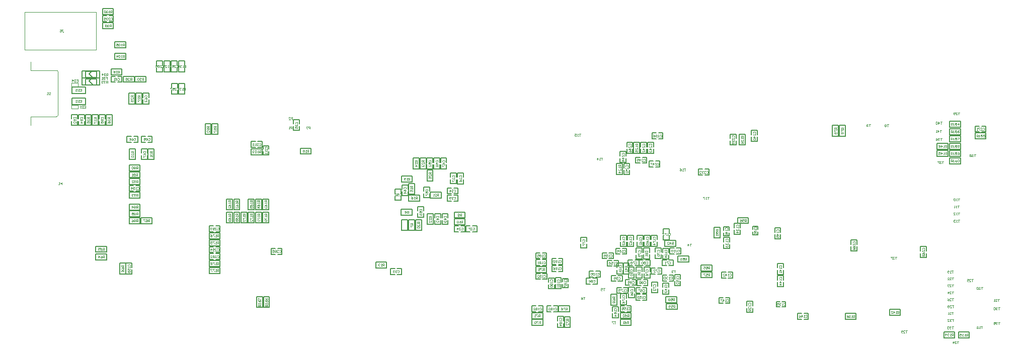
<source format=gbo>
G04*
G04 #@! TF.GenerationSoftware,Altium Limited,Altium Designer,20.0.13 (296)*
G04*
G04 Layer_Color=32896*
%FSLAX24Y24*%
%MOIN*%
G70*
G01*
G75*
%ADD10C,0.0059*%
%ADD13C,0.0050*%
%ADD16C,0.0039*%
%ADD17C,0.0010*%
%ADD18C,0.0059*%
%ADD23C,0.0020*%
%ADD287C,0.0049*%
D10*
X88967Y107428D02*
X89204Y107191D01*
X88967Y107428D02*
X89214Y107675D01*
X88975Y107914D02*
X89214Y107675D01*
X88975Y107914D02*
X89161Y108100D01*
D13*
X88740Y106610D02*
Y107050D01*
X87840Y106610D02*
X88740D01*
X87840D02*
Y107050D01*
X88740D01*
Y105880D02*
Y106320D01*
X87840Y105880D02*
X88740D01*
X87840D02*
Y106320D01*
X88740D01*
X88502Y107161D02*
Y108101D01*
Y107161D02*
X89682D01*
Y108101D01*
X88502D02*
X89682D01*
X88502Y107631D02*
X89682D01*
D16*
X89435Y109515D02*
Y111996D01*
X84711D02*
X89435D01*
X84711Y109515D02*
Y111996D01*
Y109515D02*
X89435D01*
D17*
X87825Y105602D02*
X88258D01*
Y105838D01*
X87825D02*
X88258D01*
X87825Y105602D02*
Y105838D01*
X87820Y107082D02*
X88253D01*
Y107318D01*
X87820D02*
X88253D01*
X87820Y107082D02*
Y107318D01*
D18*
X131436Y103629D02*
Y103908D01*
X131830D01*
Y103629D02*
Y103908D01*
X131436Y103192D02*
Y103471D01*
Y103192D02*
X131830D01*
Y103471D01*
X132043Y103192D02*
X132437D01*
Y103908D01*
X132043D02*
X132437D01*
X132043Y103192D02*
Y103908D01*
X132853Y103890D02*
Y104170D01*
X133247D01*
Y103890D02*
Y104170D01*
X132853Y103453D02*
Y103733D01*
Y103453D02*
X133247D01*
Y103733D01*
X120463Y91102D02*
X120857D01*
Y91818D01*
X120463D02*
X120857D01*
X120463Y91102D02*
Y91818D01*
X120013Y91547D02*
Y91827D01*
X120407D01*
Y91547D02*
Y91827D01*
X120013Y91110D02*
Y91390D01*
Y91110D02*
X120407D01*
Y91390D01*
X126983Y96076D02*
Y96356D01*
X127376D01*
Y96076D02*
Y96356D01*
X126983Y95639D02*
Y95919D01*
Y95639D02*
X127376D01*
Y95919D01*
X126877Y95672D02*
Y95951D01*
X126483Y95672D02*
X126877D01*
X126483D02*
Y95951D01*
X126877Y96109D02*
Y96388D01*
X126483D02*
X126877D01*
X126483Y96109D02*
Y96388D01*
X124787Y101252D02*
Y101531D01*
X124393Y101252D02*
X124787D01*
X124393D02*
Y101531D01*
X124787Y101689D02*
Y101968D01*
X124393D02*
X124787D01*
X124393Y101689D02*
Y101968D01*
X123923Y101252D02*
X124317D01*
Y101968D01*
X123923D02*
X124317D01*
X123923Y101252D02*
Y101968D01*
X125973Y103085D02*
Y103364D01*
X126367D01*
Y103085D02*
Y103364D01*
X125973Y102648D02*
Y102927D01*
Y102648D02*
X126367D01*
Y102927D01*
X125514Y103085D02*
Y103364D01*
X125908D01*
Y103085D02*
Y103364D01*
X125514Y102648D02*
Y102927D01*
Y102648D02*
X125908D01*
Y102927D01*
X125056Y103364D02*
X125449D01*
X125056Y102648D02*
Y103364D01*
Y102648D02*
X125449D01*
Y103364D01*
X124597Y103085D02*
Y103364D01*
X124991D01*
Y103085D02*
Y103364D01*
X124597Y102648D02*
Y102927D01*
Y102648D02*
X124991D01*
Y102927D01*
X124551Y102042D02*
Y102321D01*
X124158Y102042D02*
X124551D01*
X124158D02*
Y102321D01*
X124551Y102479D02*
Y102758D01*
X124158D02*
X124551D01*
X124158Y102479D02*
Y102758D01*
X138223Y103783D02*
X138617D01*
Y104500D01*
X138223D02*
X138617D01*
X138223Y103783D02*
Y104500D01*
X138673D02*
X139067D01*
X138673Y103783D02*
Y104500D01*
Y103783D02*
X139067D01*
Y104500D01*
X144053Y96180D02*
Y96459D01*
X144447D01*
Y96180D02*
Y96459D01*
X144053Y95743D02*
Y96022D01*
Y95743D02*
X144447D01*
Y96022D01*
X139847Y96180D02*
Y96460D01*
X139453Y96180D02*
X139847D01*
X139453D02*
Y96460D01*
X139847Y96617D02*
Y96897D01*
X139453D02*
X139847D01*
X139453Y96617D02*
Y96897D01*
X131022Y96779D02*
Y97058D01*
X131415D01*
Y96779D02*
Y97058D01*
X131022Y96342D02*
Y96621D01*
Y96342D02*
X131415D01*
Y96621D01*
X130373Y97033D02*
X130767D01*
Y97750D01*
X130373D02*
X130767D01*
X130373Y97033D02*
Y97750D01*
X131022Y97542D02*
Y97759D01*
X131376D01*
X131022Y97168D02*
X131376D01*
Y97542D02*
Y97759D01*
Y97168D02*
Y97385D01*
X131022Y97168D02*
Y97385D01*
X132117Y97282D02*
Y97561D01*
X131723Y97282D02*
X132117D01*
X131723D02*
Y97561D01*
X132117Y97719D02*
Y97998D01*
X131723D02*
X132117D01*
X131723Y97719D02*
Y97998D01*
X132933Y97601D02*
Y97817D01*
X133287D01*
X132933Y97227D02*
X133287D01*
Y97601D02*
Y97817D01*
Y97227D02*
Y97443D01*
X132933Y97227D02*
Y97443D01*
X134788Y96979D02*
Y97258D01*
X134394Y96979D02*
X134788D01*
X134394D02*
Y97258D01*
X134788Y97416D02*
Y97695D01*
X134394D02*
X134788D01*
X134394Y97416D02*
Y97695D01*
X134573Y95060D02*
Y95340D01*
X134967D01*
Y95060D02*
Y95340D01*
X134573Y94623D02*
Y94903D01*
Y94623D02*
X134967D01*
Y94903D01*
X134977Y93813D02*
Y94093D01*
X134583Y93813D02*
X134977D01*
X134583D02*
Y94093D01*
X134977Y94250D02*
Y94530D01*
X134583D02*
X134977D01*
X134583Y94250D02*
Y94530D01*
X132533Y92547D02*
Y92827D01*
X132927D01*
Y92547D02*
Y92827D01*
X132533Y92110D02*
Y92390D01*
Y92110D02*
X132927D01*
Y92390D01*
X128157Y93882D02*
Y94161D01*
X127763Y93882D02*
X128157D01*
X127763D02*
Y94161D01*
X128157Y94319D02*
Y94598D01*
X127763D02*
X128157D01*
X127763Y94319D02*
Y94598D01*
X127367Y93322D02*
Y93601D01*
X126973Y93322D02*
X127367D01*
X126973D02*
Y93601D01*
X127367Y93759D02*
Y94038D01*
X126973D02*
X127367D01*
X126973Y93759D02*
Y94038D01*
X126233Y93839D02*
Y94118D01*
X126627D01*
Y93839D02*
Y94118D01*
X126233Y93402D02*
Y93681D01*
Y93402D02*
X126627D01*
Y93681D01*
X124037Y91752D02*
Y92031D01*
X123643Y91752D02*
X124037D01*
X123643D02*
Y92031D01*
X124037Y92189D02*
Y92468D01*
X123643D02*
X124037D01*
X123643Y92189D02*
Y92468D01*
X123532Y93304D02*
X123926D01*
X123532Y92587D02*
Y93304D01*
Y92587D02*
X123926D01*
Y93304D01*
X124713Y93507D02*
Y93787D01*
X125107D01*
Y93507D02*
Y93787D01*
X124713Y93070D02*
Y93350D01*
Y93070D02*
X125107D01*
Y93350D01*
X124170Y93054D02*
Y93333D01*
X124564D01*
Y93054D02*
Y93333D01*
X124170Y92617D02*
Y92896D01*
Y92617D02*
X124564D01*
Y92896D01*
X125733Y94819D02*
Y95098D01*
X126127D01*
Y94819D02*
Y95098D01*
X125733Y94382D02*
Y94661D01*
Y94382D02*
X126127D01*
Y94661D01*
X125597Y94382D02*
Y94661D01*
X125203Y94382D02*
X125597D01*
X125203D02*
Y94661D01*
X125597Y94819D02*
Y95098D01*
X125203D02*
X125597D01*
X125203Y94819D02*
Y95098D01*
X125087Y94382D02*
Y94661D01*
X124693Y94382D02*
X125087D01*
X124693D02*
Y94661D01*
X125087Y94819D02*
Y95098D01*
X124693D02*
X125087D01*
X124693Y94819D02*
Y95098D01*
X124363Y95360D02*
X124757D01*
X124363Y94643D02*
Y95360D01*
Y94643D02*
X124757D01*
Y95360D01*
X123943Y95080D02*
Y95360D01*
X124337D01*
Y95080D02*
Y95360D01*
X123943Y94643D02*
Y94923D01*
Y94643D02*
X124337D01*
Y94923D01*
X125617Y95642D02*
Y95921D01*
X125223Y95642D02*
X125617D01*
X125223D02*
Y95921D01*
X125617Y96079D02*
Y96358D01*
X125223D02*
X125617D01*
X125223Y96079D02*
Y96358D01*
X126097Y95652D02*
Y95931D01*
X125703Y95652D02*
X126097D01*
X125703D02*
Y95931D01*
X126097Y96089D02*
Y96368D01*
X125703D02*
X126097D01*
X125703Y96089D02*
Y96368D01*
X126213Y96927D02*
Y97207D01*
X126607D01*
Y96927D02*
Y97207D01*
X126213Y96490D02*
Y96770D01*
Y96490D02*
X126607D01*
Y96770D01*
X126145Y96490D02*
Y96770D01*
X125751Y96490D02*
X126145D01*
X125751D02*
Y96770D01*
X126145Y96927D02*
Y97207D01*
X125751D02*
X126145D01*
X125751Y96927D02*
Y97207D01*
X125685Y96490D02*
Y96770D01*
X125291Y96490D02*
X125685D01*
X125291D02*
Y96770D01*
X125685Y96927D02*
Y97207D01*
X125291D02*
X125685D01*
X125291Y96927D02*
Y97207D01*
X125027Y96482D02*
Y96761D01*
X124633Y96482D02*
X125027D01*
X124633D02*
Y96761D01*
X125027Y96919D02*
Y97198D01*
X124633D02*
X125027D01*
X124633Y96919D02*
Y97198D01*
X124567Y96483D02*
Y96763D01*
X124173Y96483D02*
X124567D01*
X124173D02*
Y96763D01*
X124567Y96920D02*
Y97200D01*
X124173D02*
X124567D01*
X124173Y96920D02*
Y97200D01*
X121543Y96807D02*
Y97087D01*
X121937D01*
Y96807D02*
Y97087D01*
X121543Y96370D02*
Y96650D01*
Y96370D02*
X121937D01*
Y96650D01*
X120697Y93755D02*
Y93971D01*
X120343Y93755D02*
X120697D01*
X120343Y94345D02*
X120697D01*
X120343Y93755D02*
Y93971D01*
Y94129D02*
Y94345D01*
X120697Y94129D02*
Y94345D01*
X120259Y93681D02*
Y93961D01*
X119865Y93681D02*
X120259D01*
X119865D02*
Y93961D01*
X120259Y94118D02*
Y94398D01*
X119865D02*
X120259D01*
X119865Y94118D02*
Y94398D01*
X119403Y94109D02*
Y94388D01*
X119797D01*
Y94109D02*
Y94388D01*
X119403Y93672D02*
Y93951D01*
Y93672D02*
X119797D01*
Y93951D01*
X113777Y100622D02*
Y100901D01*
X113383Y100622D02*
X113777D01*
X113383D02*
Y100901D01*
X113777Y101059D02*
Y101338D01*
X113383D02*
X113777D01*
X113383Y101059D02*
Y101338D01*
X113307Y100629D02*
Y100909D01*
X112913Y100629D02*
X113307D01*
X112913D02*
Y100909D01*
X113307Y101066D02*
Y101346D01*
X112913D02*
X113307D01*
X112913Y101066D02*
Y101346D01*
X112657Y101612D02*
Y101891D01*
X112263Y101612D02*
X112657D01*
X112263D02*
Y101891D01*
X112657Y102049D02*
Y102328D01*
X112263D02*
X112657D01*
X112263Y102049D02*
Y102328D01*
X111363Y101537D02*
X111757D01*
X111363Y100820D02*
Y101537D01*
Y100820D02*
X111757D01*
Y101537D01*
X112203Y101612D02*
Y101891D01*
X111809Y101612D02*
X112203D01*
X111809D02*
Y101891D01*
X112203Y102049D02*
Y102328D01*
X111809D02*
X112203D01*
X111809Y102049D02*
Y102328D01*
X111355Y102049D02*
Y102328D01*
X111749D01*
Y102049D02*
Y102328D01*
X111355Y101612D02*
Y101891D01*
Y101612D02*
X111749D01*
Y101891D01*
X110901Y101612D02*
X111295D01*
Y102328D01*
X110901D02*
X111295D01*
X110901Y101612D02*
Y102328D01*
X110447Y101612D02*
X110841D01*
Y102328D01*
X110447D02*
X110841D01*
X110447Y101612D02*
Y102328D01*
X110097Y99836D02*
Y100115D01*
X109703Y99836D02*
X110097D01*
X109703D02*
Y100115D01*
X110097Y100273D02*
Y100552D01*
X109703D02*
X110097D01*
X109703Y100273D02*
Y100552D01*
X110132Y99941D02*
X110526D01*
Y100657D01*
X110132D02*
X110526D01*
X110132Y99941D02*
Y100657D01*
X111537Y99692D02*
Y99971D01*
X111143Y99692D02*
X111537D01*
X111143D02*
Y99971D01*
X111537Y100129D02*
Y100408D01*
X111143D02*
X111537D01*
X111143Y100129D02*
Y100408D01*
X112363Y98367D02*
Y98647D01*
X112757D01*
Y98367D02*
Y98647D01*
X112363Y97930D02*
Y98210D01*
Y97930D02*
X112757D01*
Y98210D01*
X111868Y98367D02*
Y98647D01*
X112262D01*
Y98367D02*
Y98647D01*
X111868Y97930D02*
Y98210D01*
Y97930D02*
X112262D01*
Y98210D01*
X111373Y97930D02*
X111767D01*
Y98647D01*
X111373D02*
X111767D01*
X111373Y97930D02*
Y98647D01*
X110753Y98829D02*
Y99108D01*
X111147D01*
Y98829D02*
Y99108D01*
X110753Y98392D02*
Y98671D01*
Y98392D02*
X111147D01*
Y98671D01*
X110150Y97535D02*
Y98251D01*
X110544D01*
Y97535D02*
Y98251D01*
X110150Y97535D02*
X110544D01*
X110603D02*
X110997D01*
Y98251D01*
X110603D02*
X110997D01*
X110603Y97535D02*
Y98251D01*
X102513Y104597D02*
Y104877D01*
X102907D01*
Y104597D02*
Y104877D01*
X102513Y104160D02*
Y104440D01*
Y104160D02*
X102907D01*
Y104440D01*
X96663Y104616D02*
X97057D01*
X96663Y103899D02*
Y104616D01*
Y103899D02*
X97057D01*
Y104616D01*
X97124Y104610D02*
X97517D01*
X97124Y103893D02*
Y104610D01*
Y103893D02*
X97517D01*
Y104610D01*
X100523Y102927D02*
Y103144D01*
X100877D01*
X100523Y102553D02*
X100877D01*
Y102927D02*
Y103144D01*
Y102553D02*
Y102770D01*
X100523Y102553D02*
Y102770D01*
X100530Y93142D02*
X100924D01*
Y92426D02*
Y93142D01*
X100530Y92426D02*
X100924D01*
X100530D02*
Y93142D01*
X100070Y93144D02*
X100464D01*
Y92427D02*
Y93144D01*
X100070Y92427D02*
X100464D01*
X100070D02*
Y93144D01*
X98083Y99618D02*
X98477D01*
X98083Y98902D02*
Y99618D01*
Y98902D02*
X98477D01*
Y99618D01*
X98563D02*
X98957D01*
X98563Y98902D02*
Y99618D01*
Y98902D02*
X98957D01*
Y99618D01*
X99523D02*
X99917D01*
X99523Y98902D02*
Y99618D01*
Y98902D02*
X99917D01*
Y99618D01*
X100003D02*
X100397D01*
X100003Y98902D02*
Y99618D01*
Y98902D02*
X100397D01*
Y99618D01*
X100483D02*
X100877D01*
X100483Y98902D02*
Y99618D01*
Y98902D02*
X100877D01*
Y99618D01*
X100483Y98033D02*
X100877D01*
Y98750D01*
X100483D02*
X100877D01*
X100483Y98033D02*
Y98750D01*
X100003Y98033D02*
X100397D01*
Y98750D01*
X100003D02*
X100397D01*
X100003Y98033D02*
Y98750D01*
X99523Y98033D02*
X99917D01*
Y98750D01*
X99523D02*
X99917D01*
X99523Y98033D02*
Y98750D01*
X99043Y98033D02*
X99437D01*
Y98750D01*
X99043D02*
X99437D01*
X99043Y98033D02*
Y98750D01*
X98563Y98033D02*
X98957D01*
Y98750D01*
X98563D02*
X98957D01*
X98563Y98033D02*
Y98750D01*
X98083Y98033D02*
X98477D01*
Y98750D01*
X98083D02*
X98477D01*
X98083Y98033D02*
Y98750D01*
X91423Y95089D02*
Y95368D01*
X91817D01*
Y95089D02*
Y95368D01*
X91423Y94652D02*
Y94931D01*
Y94652D02*
X91817D01*
Y94931D01*
X91003Y95368D02*
X91397D01*
X91003Y94652D02*
Y95368D01*
Y94652D02*
X91397D01*
Y95368D01*
X92887Y102947D02*
X93280D01*
X92887Y102230D02*
Y102947D01*
Y102230D02*
X93280D01*
Y102947D01*
X92835Y102230D02*
Y102510D01*
X92442Y102230D02*
X92835D01*
X92442D02*
Y102510D01*
X92835Y102667D02*
Y102947D01*
X92442D02*
X92835D01*
X92442Y102667D02*
Y102947D01*
X91653Y102230D02*
X92047D01*
Y102947D01*
X91653D02*
X92047D01*
X91653Y102230D02*
Y102947D01*
X91929Y103770D02*
X92208D01*
Y103376D02*
Y103770D01*
X91929Y103376D02*
X92208D01*
X91492Y103770D02*
X91771D01*
X91492Y103376D02*
Y103770D01*
Y103376D02*
X91771D01*
X92533Y106357D02*
Y106637D01*
X92927D01*
Y106357D02*
Y106637D01*
X92533Y105920D02*
Y106200D01*
Y105920D02*
X92927D01*
Y106200D01*
X92078Y105920D02*
X92472D01*
Y106637D01*
X92078D02*
X92472D01*
X92078Y105920D02*
Y106637D01*
X91623D02*
X92017D01*
X91623Y105920D02*
Y106637D01*
Y105920D02*
X92017D01*
Y106637D01*
X90103Y105210D02*
X90497D01*
X90103Y104493D02*
Y105210D01*
Y104493D02*
X90497D01*
Y105210D01*
X89639Y104930D02*
Y105210D01*
X90033D01*
Y104930D02*
Y105210D01*
X89639Y104493D02*
Y104773D01*
Y104493D02*
X90033D01*
Y104773D01*
X89185Y105210D02*
X89579D01*
X89185Y104493D02*
Y105210D01*
Y104493D02*
X89579D01*
Y105210D01*
X88731Y104493D02*
X89125D01*
Y105210D01*
X88731D02*
X89125D01*
X88731Y104493D02*
Y105210D01*
X88671Y104493D02*
Y104773D01*
X88277Y104493D02*
X88671D01*
X88277D02*
Y104773D01*
X88671Y104930D02*
Y105210D01*
X88277D02*
X88671D01*
X88277Y104930D02*
Y105210D01*
X88217Y104493D02*
Y104773D01*
X87823Y104493D02*
X88217D01*
X87823D02*
Y104773D01*
X88217Y104930D02*
Y105210D01*
X87823D02*
X88217D01*
X87823Y104930D02*
Y105210D01*
X89460Y107183D02*
Y107577D01*
X88743D02*
X89460D01*
X88743Y107183D02*
Y107577D01*
Y107183D02*
X89460D01*
Y107683D02*
Y108077D01*
X88743D02*
X89460D01*
X88743Y107683D02*
Y108077D01*
Y107683D02*
X89460D01*
X90590Y111833D02*
Y112227D01*
X89873D02*
X90590D01*
X89873Y111833D02*
Y112227D01*
Y111833D02*
X90590D01*
X127111Y96489D02*
Y96883D01*
Y96489D02*
X127828D01*
Y96883D01*
X127111D02*
X127828D01*
X123580Y94163D02*
X123860D01*
X123580D02*
Y94557D01*
X123860D01*
X124017Y94163D02*
X124297D01*
Y94557D01*
X124017D02*
X124297D01*
X146562Y90797D02*
X147278D01*
Y90403D02*
Y90797D01*
X146562Y90403D02*
X147278D01*
X146562D02*
Y90797D01*
X146310Y90423D02*
Y90817D01*
X145593D02*
X146310D01*
X145593Y90423D02*
Y90817D01*
Y90423D02*
X146310D01*
X129771Y101595D02*
X130050D01*
Y101202D02*
Y101595D01*
X129771Y101202D02*
X130050D01*
X129334Y101595D02*
X129613D01*
X129334Y101202D02*
Y101595D01*
Y101202D02*
X129613D01*
X110152Y99483D02*
Y99877D01*
Y99483D02*
X110868D01*
Y99877D01*
X110152D02*
X110868D01*
X118580Y94293D02*
X118860D01*
X118580D02*
Y94687D01*
X118860D01*
X119017Y94293D02*
X119297D01*
Y94687D01*
X119017D02*
X119297D01*
X127889Y96367D02*
X128168D01*
Y95973D02*
Y96367D01*
X127889Y95973D02*
X128168D01*
X127452Y96367D02*
X127731D01*
X127452Y95973D02*
Y96367D01*
Y95973D02*
X127731D01*
X146697Y102436D02*
Y102830D01*
X145980Y102436D02*
X146697D01*
X145980D02*
Y102830D01*
X146697D01*
X122982Y95663D02*
X123261D01*
X122982D02*
Y96057D01*
X123261D01*
X123419Y95663D02*
X123698D01*
Y96057D01*
X123419D02*
X123698D01*
X123759Y95557D02*
X124038D01*
Y95163D02*
Y95557D01*
X123759Y95163D02*
X124038D01*
X123322Y95557D02*
X123601D01*
X123322Y95163D02*
Y95557D01*
Y95163D02*
X123601D01*
X125412Y95193D02*
X125691D01*
X125412D02*
Y95587D01*
X125691D01*
X125849Y95193D02*
X126128D01*
Y95587D01*
X125849D02*
X126128D01*
X125129D02*
X125408D01*
Y95193D02*
Y95587D01*
X125129Y95193D02*
X125408D01*
X124692Y95587D02*
X124971D01*
X124692Y95193D02*
Y95587D01*
Y95193D02*
X124971D01*
X125639Y93757D02*
X125919D01*
Y93363D02*
Y93757D01*
X125639Y93363D02*
X125919D01*
X125202Y93757D02*
X125482D01*
X125202Y93363D02*
Y93757D01*
Y93363D02*
X125482D01*
X125708Y94282D02*
X125988D01*
Y93888D02*
Y94282D01*
X125708Y93888D02*
X125988D01*
X125271Y94282D02*
X125551D01*
X125271Y93888D02*
Y94282D01*
Y93888D02*
X125551D01*
X124500Y93893D02*
X124780D01*
X124500D02*
Y94287D01*
X124780D01*
X124937Y93893D02*
X125217D01*
Y94287D01*
X124937D02*
X125217D01*
X126203Y94653D02*
X126483D01*
X126203D02*
Y95047D01*
X126483D01*
X126640Y94653D02*
X126920D01*
Y95047D01*
X126640D02*
X126920D01*
X127389Y95587D02*
X127668D01*
Y95193D02*
Y95587D01*
X127389Y95193D02*
X127668D01*
X126952Y95587D02*
X127231D01*
X126952Y95193D02*
Y95587D01*
Y95193D02*
X127231D01*
X127400Y96915D02*
Y97194D01*
X127006Y96915D02*
X127400D01*
X127006D02*
Y97194D01*
X127400Y97352D02*
Y97631D01*
X127006D02*
X127400D01*
X127006Y97352D02*
Y97631D01*
X124390Y93757D02*
X124670D01*
Y93363D02*
Y93757D01*
X124390Y93363D02*
X124670D01*
X123953Y93757D02*
X124233D01*
X123953Y93363D02*
Y93757D01*
Y93363D02*
X124233D01*
X123870Y95963D02*
X124150D01*
X123870D02*
Y96357D01*
X124150D01*
X124307Y95963D02*
X124587D01*
Y96357D01*
X124307D02*
X124587D01*
X124172Y91693D02*
X124888D01*
X124172D02*
Y92087D01*
X124888D01*
Y91693D02*
Y92087D01*
X124172Y91233D02*
X124888D01*
X124172D02*
Y91627D01*
X124888D01*
Y91233D02*
Y91627D01*
X124172Y92153D02*
X124451D01*
X124172D02*
Y92547D01*
X124451D01*
X124609Y92153D02*
X124888D01*
Y92547D01*
X124609D02*
X124888D01*
X125202Y92903D02*
X125482D01*
X125202D02*
Y93297D01*
X125482D01*
X125639Y92903D02*
X125919D01*
Y93297D01*
X125639D02*
X125919D01*
X121912Y93973D02*
X122191D01*
X121912D02*
Y94367D01*
X122191D01*
X122349Y93973D02*
X122628D01*
Y94367D01*
X122349D02*
X122628D01*
X122112Y94443D02*
X122391D01*
X122112D02*
Y94837D01*
X122391D01*
X122549Y94443D02*
X122828D01*
Y94837D01*
X122549D02*
X122828D01*
X134889Y92463D02*
X135105D01*
X134889Y92817D02*
X135105D01*
X134515D02*
X134731D01*
X135105Y92463D02*
Y92817D01*
X134515Y92463D02*
Y92817D01*
Y92463D02*
X134731D01*
X127992Y95827D02*
X128708D01*
Y95433D02*
Y95827D01*
X127992Y95433D02*
X128708D01*
X127992D02*
Y95827D01*
X127222Y92293D02*
X127938D01*
X127222D02*
Y92687D01*
X127938D01*
Y92293D02*
Y92687D01*
X127192Y92753D02*
X127908D01*
X127192D02*
Y93147D01*
X127908D01*
Y92753D02*
Y93147D01*
X130702Y92693D02*
X130981D01*
X130702D02*
Y93087D01*
X130981D01*
X131139Y92693D02*
X131418D01*
Y93087D01*
X131139D02*
X131418D01*
X135900Y91653D02*
X136180D01*
X135900D02*
Y92047D01*
X136180D01*
X136337Y91653D02*
X136617D01*
Y92047D01*
X136337D02*
X136617D01*
X131942Y98387D02*
X132658D01*
Y97993D02*
Y98387D01*
X131942Y97993D02*
X132658D01*
X131942D02*
Y98387D01*
X129522Y94787D02*
X130238D01*
Y94393D02*
Y94787D01*
X129522Y94393D02*
X130238D01*
X129522D02*
Y94787D01*
Y94853D02*
X130238D01*
X129522D02*
Y95247D01*
X130238D01*
Y94853D02*
Y95247D01*
X126960Y94183D02*
X127240D01*
X126960D02*
Y94577D01*
X127240D01*
X127397Y94183D02*
X127677D01*
Y94577D01*
X127397D02*
X127677D01*
X131319Y94783D02*
X131598D01*
Y94389D02*
Y94783D01*
X131319Y94389D02*
X131598D01*
X130882Y94783D02*
X131161D01*
X130882Y94389D02*
Y94783D01*
Y94389D02*
X131161D01*
X148110Y104457D02*
X148390D01*
Y104063D02*
Y104457D01*
X148110Y104063D02*
X148390D01*
X147673Y104457D02*
X147953D01*
X147673Y104063D02*
Y104457D01*
Y104063D02*
X147953D01*
X102970Y102593D02*
X103687D01*
X102970D02*
Y102987D01*
X103687D01*
Y102593D02*
Y102987D01*
X101470Y96347D02*
X101750D01*
Y95953D02*
Y96347D01*
X101470Y95953D02*
X101750D01*
X101033Y96347D02*
X101313D01*
X101033Y95953D02*
Y96347D01*
Y95953D02*
X101313D01*
X97369Y97837D02*
X97648D01*
Y97443D02*
Y97837D01*
X97369Y97443D02*
X97648D01*
X96932Y97837D02*
X97211D01*
X96932Y97443D02*
Y97837D01*
Y97443D02*
X97211D01*
X89873Y111368D02*
X90153D01*
X89873D02*
Y111762D01*
X90153D01*
X90310Y111368D02*
X90590D01*
Y111762D01*
X90310D02*
X90590D01*
X89873Y110903D02*
X90590D01*
X89873D02*
Y111297D01*
X90590D01*
Y110903D02*
Y111297D01*
X90680Y109633D02*
Y110027D01*
Y109633D02*
X91397D01*
Y110027D01*
X90680D02*
X91397D01*
X90680Y108873D02*
Y109267D01*
Y108873D02*
X91397D01*
Y109267D01*
X90680D02*
X91397D01*
X90137Y95583D02*
Y95977D01*
X89420D02*
X90137D01*
X89420Y95583D02*
Y95977D01*
Y95583D02*
X90137D01*
X118570Y95147D02*
X119287D01*
Y94753D02*
Y95147D01*
X118570Y94753D02*
X119287D01*
X118570D02*
Y95147D01*
X120070Y95215D02*
X120350D01*
Y94822D02*
Y95215D01*
X120070Y94822D02*
X120350D01*
X119633Y95215D02*
X119913D01*
X119633Y94822D02*
Y95215D01*
Y94822D02*
X119913D01*
X118570Y95663D02*
X118850D01*
X118570D02*
Y96057D01*
X118850D01*
X119007Y95663D02*
X119287D01*
Y96057D01*
X119007D02*
X119287D01*
X118310Y92077D02*
X119027D01*
Y91683D02*
Y92077D01*
X118310Y91683D02*
X119027D01*
X118310D02*
Y92077D01*
Y92133D02*
X118590D01*
X118310D02*
Y92527D01*
X118590D01*
X118747Y92133D02*
X119027D01*
Y92527D01*
X118747D02*
X119027D01*
X118310Y91233D02*
X119027D01*
X118310D02*
Y91627D01*
X119027D01*
Y91233D02*
Y91627D01*
X119310Y92133D02*
X119590D01*
X119310D02*
Y92527D01*
X119590D01*
X119747Y92133D02*
X120027D01*
Y92527D01*
X119747D02*
X120027D01*
X120092Y92133D02*
X120808D01*
X120092D02*
Y92527D01*
X120808D01*
Y92133D02*
Y92527D01*
X119007Y95602D02*
X119287D01*
Y95208D02*
Y95602D01*
X119007Y95208D02*
X119287D01*
X118570Y95602D02*
X118850D01*
X118570Y95208D02*
Y95602D01*
Y95208D02*
X118850D01*
X120070Y95671D02*
X120350D01*
Y95277D02*
Y95671D01*
X120070Y95277D02*
X120350D01*
X119633Y95671D02*
X119913D01*
X119633Y95277D02*
Y95671D01*
Y95277D02*
X119913D01*
X89412Y96487D02*
X90128D01*
Y96093D02*
Y96487D01*
X89412Y96093D02*
X90128D01*
X89412D02*
Y96487D01*
X92022Y107363D02*
X92738D01*
X92022D02*
Y107757D01*
X92738D01*
Y107363D02*
Y107757D01*
X91246Y107363D02*
X91963D01*
X91246D02*
Y107757D01*
X91963D01*
Y107363D02*
Y107757D01*
X90432Y107363D02*
X90711D01*
X90432D02*
Y107757D01*
X90711D01*
X90869Y107363D02*
X91148D01*
Y107757D01*
X90869D02*
X91148D01*
X90432Y107843D02*
X91148D01*
X90432D02*
Y108237D01*
X91148D01*
Y107843D02*
Y108237D01*
X92879Y103770D02*
X93158D01*
Y103376D02*
Y103770D01*
X92879Y103376D02*
X93158D01*
X92442Y103770D02*
X92721D01*
X92442Y103376D02*
Y103770D01*
Y103376D02*
X92721D01*
X107963Y95053D02*
X108680D01*
X107963D02*
Y95447D01*
X108680D01*
Y95053D02*
Y95447D01*
X109387Y95007D02*
X109667D01*
Y94613D02*
Y95007D01*
X109387Y94613D02*
X109667D01*
X108950Y95007D02*
X109230D01*
X108950Y94613D02*
Y95007D01*
Y94613D02*
X109230D01*
X109637Y99542D02*
Y99821D01*
X109243Y99542D02*
X109637D01*
X109243D02*
Y99821D01*
X109637Y99979D02*
Y100258D01*
X109243D02*
X109637D01*
X109243Y99979D02*
Y100258D01*
X109682Y97540D02*
Y98257D01*
X110076D01*
Y97540D02*
Y98257D01*
X109682Y97540D02*
X110076D01*
X110368Y98543D02*
Y98937D01*
X109652D02*
X110368D01*
X109652Y98543D02*
Y98937D01*
Y98543D02*
X110368D01*
X113170Y97447D02*
X113450D01*
X113170D02*
Y97841D01*
X113450D01*
X113607Y97447D02*
X113887D01*
Y97841D01*
X113607D02*
X113887D01*
X113170Y97903D02*
X113887D01*
X113170D02*
Y98297D01*
X113887D01*
Y97903D02*
Y98297D01*
X113170Y98753D02*
X113887D01*
Y98360D02*
Y98753D01*
X113170Y98360D02*
X113887D01*
X113170D02*
Y98753D01*
X114380Y97841D02*
X114660D01*
Y97447D02*
Y97841D01*
X114380Y97447D02*
X114660D01*
X113943Y97841D02*
X114223D01*
X113943Y97447D02*
Y97841D01*
Y97447D02*
X114223D01*
X109660Y101137D02*
X110377D01*
Y100743D02*
Y101137D01*
X109660Y100743D02*
X110377D01*
X109660D02*
Y101137D01*
X111584Y99685D02*
X112300D01*
X111584D02*
Y100078D01*
X112300D01*
Y99685D02*
Y100078D01*
X113132Y99867D02*
X113411D01*
Y99473D02*
Y99867D01*
X113132Y99473D02*
X113411D01*
X112695Y99867D02*
X112974D01*
X112695Y99473D02*
Y99867D01*
Y99473D02*
X112974D01*
X113132Y100354D02*
X113411D01*
Y99960D02*
Y100354D01*
X113132Y99960D02*
X113411D01*
X112695Y100354D02*
X112974D01*
X112695Y99960D02*
Y100354D01*
Y99960D02*
X112974D01*
X126510Y102134D02*
X126790D01*
Y101740D02*
Y102134D01*
X126510Y101740D02*
X126790D01*
X126073Y102134D02*
X126353D01*
X126073Y101740D02*
Y102134D01*
Y101740D02*
X126353D01*
X125191Y101993D02*
X125470D01*
X125191D02*
Y102387D01*
X125470D01*
X125628Y101993D02*
X125907D01*
Y102387D01*
X125628D02*
X125907D01*
X126270Y103603D02*
X126550D01*
X126270D02*
Y103997D01*
X126550D01*
X126707Y103603D02*
X126987D01*
Y103997D01*
X126707D02*
X126987D01*
X99722Y103033D02*
X100001D01*
X99722D02*
Y103427D01*
X100001D01*
X100159Y103033D02*
X100438D01*
Y103427D01*
X100159D02*
X100438D01*
X99722Y102553D02*
X100438D01*
X99722D02*
Y102947D01*
X100438D01*
Y102553D02*
Y102947D01*
X96930Y95603D02*
X97210D01*
X96930D02*
Y95997D01*
X97210D01*
X97367Y95603D02*
X97647D01*
Y95997D01*
X97367D02*
X97647D01*
X97369Y96457D02*
X97648D01*
Y96063D02*
Y96457D01*
X97369Y96063D02*
X97648D01*
X96932Y96457D02*
X97211D01*
X96932Y96063D02*
Y96457D01*
Y96063D02*
X97211D01*
X96930Y95143D02*
X97647D01*
X96930D02*
Y95537D01*
X97647D01*
Y95143D02*
Y95537D01*
X96930Y94683D02*
X97647D01*
X96930D02*
Y95077D01*
X97647D01*
Y94683D02*
Y95077D01*
X96932Y97377D02*
X97648D01*
Y96983D02*
Y97377D01*
X96932Y96983D02*
X97648D01*
X96932D02*
Y97377D01*
Y96523D02*
X97648D01*
X96932D02*
Y96917D01*
X97648D01*
Y96523D02*
Y96917D01*
X142002Y91913D02*
X142718D01*
X142002D02*
Y92307D01*
X142718D01*
Y91913D02*
Y92307D01*
X139072Y92027D02*
X139788D01*
Y91633D02*
Y92027D01*
X139072Y91633D02*
X139788D01*
X139072D02*
Y92027D01*
X145153Y102830D02*
X145870D01*
Y102436D02*
Y102830D01*
X145153Y102436D02*
X145870D01*
X145153D02*
Y102830D01*
Y103314D02*
X145870D01*
Y102920D02*
Y103314D01*
X145153Y102920D02*
X145870D01*
X145153D02*
Y103314D01*
X145980Y104767D02*
X146697D01*
X145980Y104373D02*
Y104767D01*
Y104373D02*
X146697D01*
Y104767D01*
X145980Y104280D02*
X146697D01*
X145980Y103886D02*
Y104280D01*
Y103886D02*
X146697D01*
Y104280D01*
X145980Y103797D02*
X146697D01*
X145980Y103403D02*
Y103797D01*
Y103403D02*
X146697D01*
Y103797D01*
X147672Y103603D02*
X148388D01*
Y103997D01*
X147672D02*
X148388D01*
X147672Y103603D02*
Y103997D01*
X145980Y103314D02*
X146697D01*
X145980Y102920D02*
Y103314D01*
Y102920D02*
X146697D01*
Y103314D01*
X145980Y102347D02*
X146697D01*
X145980Y101953D02*
Y102347D01*
Y101953D02*
X146697D01*
Y102347D01*
X94433Y106997D02*
Y107277D01*
X94827D01*
Y106997D02*
Y107277D01*
X94433Y106560D02*
Y106840D01*
Y106560D02*
X94827D01*
Y106840D01*
X95312Y106560D02*
Y107277D01*
X94919Y106560D02*
X95312D01*
X94919D02*
Y107277D01*
X95312D01*
X94422Y108489D02*
Y108768D01*
X94816D01*
Y108489D02*
Y108768D01*
X94422Y108052D02*
Y108331D01*
Y108052D02*
X94816D01*
Y108331D01*
X93847Y108052D02*
Y108331D01*
X93453Y108052D02*
X93847D01*
X93453D02*
Y108331D01*
X93847Y108489D02*
Y108768D01*
X93453D02*
X93847D01*
X93453Y108489D02*
Y108768D01*
X95300Y108052D02*
Y108768D01*
X94906Y108052D02*
X95300D01*
X94906D02*
Y108768D01*
X95300D01*
X94331Y108052D02*
Y108768D01*
X93938Y108052D02*
X94331D01*
X93938D02*
Y108768D01*
X94331D01*
X92077Y100519D02*
X92357D01*
Y100126D02*
Y100519D01*
X92077Y100126D02*
X92357D01*
X91640Y100519D02*
X91920D01*
X91640Y100126D02*
Y100519D01*
Y100126D02*
X91920D01*
X92423Y97983D02*
X93140D01*
X92423D02*
Y98377D01*
X93140D01*
Y97983D02*
Y98377D01*
X91642Y98433D02*
X92358D01*
X91642D02*
Y98827D01*
X92358D01*
Y98433D02*
Y98827D01*
X91642Y101031D02*
X92358D01*
X91642D02*
Y101424D01*
X92358D01*
Y101031D02*
Y101424D01*
X91640Y100578D02*
X92357D01*
X91640D02*
Y100972D01*
X92357D01*
Y100578D02*
Y100972D01*
X91642Y101483D02*
X92358D01*
X91642D02*
Y101877D01*
X92358D01*
Y101483D02*
Y101877D01*
X91640Y99673D02*
X92357D01*
X91640D02*
Y100067D01*
X92357D01*
Y99673D02*
Y100067D01*
X91642Y97983D02*
X92358D01*
X91642D02*
Y98377D01*
X92358D01*
Y97983D02*
Y98377D01*
X91642Y98883D02*
X92358D01*
X91642D02*
Y99277D01*
X92358D01*
Y98883D02*
Y99277D01*
D23*
X131585Y103730D02*
X131560Y103755D01*
Y103805D01*
X131585Y103830D01*
X131685D01*
X131710Y103805D01*
Y103755D01*
X131685Y103730D01*
X131710Y103580D02*
Y103680D01*
X131610Y103580D01*
X131585D01*
X131560Y103605D01*
Y103655D01*
X131585Y103680D01*
Y103530D02*
X131560Y103505D01*
Y103455D01*
X131585Y103430D01*
X131610D01*
X131635Y103455D01*
Y103480D01*
Y103455D01*
X131660Y103430D01*
X131685D01*
X131710Y103455D01*
Y103505D01*
X131685Y103530D01*
X131585Y103380D02*
X131560Y103355D01*
Y103305D01*
X131585Y103280D01*
X131610D01*
X131635Y103305D01*
X131660Y103280D01*
X131685D01*
X131710Y103305D01*
Y103355D01*
X131685Y103380D01*
X131660D01*
X131635Y103355D01*
X131610Y103380D01*
X131585D01*
X131635Y103355D02*
Y103305D01*
X132313Y103817D02*
X132163D01*
Y103742D01*
X132188Y103717D01*
X132238D01*
X132263Y103742D01*
Y103817D01*
Y103767D02*
X132313Y103717D01*
Y103667D02*
Y103617D01*
Y103642D01*
X132163D01*
X132188Y103667D01*
X132313Y103443D02*
Y103542D01*
X132213Y103443D01*
X132188D01*
X132163Y103468D01*
Y103517D01*
X132188Y103542D01*
X132163Y103293D02*
X132188Y103343D01*
X132238Y103393D01*
X132288D01*
X132313Y103368D01*
Y103318D01*
X132288Y103293D01*
X132263D01*
X132238Y103318D01*
Y103393D01*
X132995Y103990D02*
X132970Y104015D01*
Y104065D01*
X132995Y104090D01*
X133095D01*
X133120Y104065D01*
Y104015D01*
X133095Y103990D01*
X133120Y103840D02*
Y103940D01*
X133020Y103840D01*
X132995D01*
X132970Y103865D01*
Y103915D01*
X132995Y103940D01*
X133120Y103715D02*
X132970D01*
X133045Y103790D01*
Y103690D01*
X132995Y103640D02*
X132970Y103615D01*
Y103565D01*
X132995Y103540D01*
X133095D01*
X133120Y103565D01*
Y103615D01*
X133095Y103640D01*
X132995D01*
X120735Y91665D02*
X120585D01*
Y91590D01*
X120610Y91565D01*
X120660D01*
X120685Y91590D01*
Y91665D01*
Y91615D02*
X120735Y91565D01*
X120585Y91515D02*
Y91415D01*
X120610D01*
X120710Y91515D01*
X120735D01*
Y91265D02*
Y91365D01*
X120635Y91265D01*
X120610D01*
X120585Y91290D01*
Y91340D01*
X120610Y91365D01*
X120158Y91627D02*
X120133Y91652D01*
Y91702D01*
X120158Y91727D01*
X120258D01*
X120283Y91702D01*
Y91652D01*
X120258Y91627D01*
X120283Y91577D02*
Y91527D01*
Y91552D01*
X120133D01*
X120158Y91577D01*
Y91452D02*
X120133Y91427D01*
Y91377D01*
X120158Y91353D01*
X120183D01*
X120208Y91377D01*
X120233Y91353D01*
X120258D01*
X120283Y91377D01*
Y91427D01*
X120258Y91452D01*
X120233D01*
X120208Y91427D01*
X120183Y91452D01*
X120158D01*
X120208Y91427D02*
Y91377D01*
X120283Y91228D02*
X120133D01*
X120208Y91303D01*
Y91203D01*
X127128Y96157D02*
X127103Y96182D01*
Y96232D01*
X127128Y96257D01*
X127228D01*
X127253Y96232D01*
Y96182D01*
X127228Y96157D01*
X127253Y96107D02*
Y96057D01*
Y96082D01*
X127103D01*
X127128Y96107D01*
Y95982D02*
X127103Y95957D01*
Y95907D01*
X127128Y95883D01*
X127228D01*
X127253Y95907D01*
Y95957D01*
X127228Y95982D01*
X127128D01*
X127253Y95758D02*
X127103D01*
X127178Y95833D01*
Y95733D01*
X126630Y96135D02*
X126605Y96160D01*
Y96210D01*
X126630Y96235D01*
X126730D01*
X126755Y96210D01*
Y96160D01*
X126730Y96135D01*
X126605Y96085D02*
Y95985D01*
X126630D01*
X126730Y96085D01*
X126755D01*
X126630Y95935D02*
X126605Y95910D01*
Y95860D01*
X126630Y95835D01*
X126730D01*
X126755Y95860D01*
Y95910D01*
X126730Y95935D01*
X126630D01*
X124540Y101765D02*
X124515Y101790D01*
Y101840D01*
X124540Y101865D01*
X124640D01*
X124665Y101840D01*
Y101790D01*
X124640Y101765D01*
X124665Y101615D02*
Y101715D01*
X124565Y101615D01*
X124540D01*
X124515Y101640D01*
Y101690D01*
X124540Y101715D01*
X124665Y101490D02*
X124515D01*
X124590Y101565D01*
Y101465D01*
X124665Y101415D02*
Y101365D01*
Y101390D01*
X124515D01*
X124540Y101415D01*
X124193Y101877D02*
X124043D01*
Y101802D01*
X124068Y101777D01*
X124118D01*
X124143Y101802D01*
Y101877D01*
Y101827D02*
X124193Y101777D01*
Y101727D02*
Y101677D01*
Y101702D01*
X124043D01*
X124068Y101727D01*
X124193Y101503D02*
Y101602D01*
X124093Y101503D01*
X124068D01*
X124043Y101528D01*
Y101577D01*
X124068Y101602D01*
X124193Y101378D02*
X124043D01*
X124118Y101453D01*
Y101353D01*
X126115Y103186D02*
X126090Y103211D01*
Y103261D01*
X126115Y103286D01*
X126215D01*
X126240Y103261D01*
Y103211D01*
X126215Y103186D01*
X126240Y103036D02*
Y103136D01*
X126140Y103036D01*
X126115D01*
X126090Y103061D01*
Y103111D01*
X126115Y103136D01*
X126240Y102911D02*
X126090D01*
X126165Y102986D01*
Y102886D01*
X126115Y102836D02*
X126090Y102811D01*
Y102761D01*
X126115Y102736D01*
X126140D01*
X126165Y102761D01*
Y102786D01*
Y102761D01*
X126190Y102736D01*
X126215D01*
X126240Y102761D01*
Y102811D01*
X126215Y102836D01*
X125666Y103179D02*
X125641Y103204D01*
Y103254D01*
X125666Y103279D01*
X125766D01*
X125791Y103254D01*
Y103204D01*
X125766Y103179D01*
X125791Y103029D02*
Y103129D01*
X125691Y103029D01*
X125666D01*
X125641Y103054D01*
Y103104D01*
X125666Y103129D01*
X125791Y102904D02*
X125641D01*
X125716Y102979D01*
Y102879D01*
X125791Y102729D02*
Y102829D01*
X125691Y102729D01*
X125666D01*
X125641Y102754D01*
Y102804D01*
X125666Y102829D01*
X125325Y103272D02*
X125175D01*
Y103197D01*
X125200Y103172D01*
X125250D01*
X125275Y103197D01*
Y103272D01*
Y103222D02*
X125325Y103172D01*
Y103122D02*
Y103072D01*
Y103097D01*
X125175D01*
X125200Y103122D01*
X125325Y102897D02*
Y102997D01*
X125225Y102897D01*
X125200D01*
X125175Y102922D01*
Y102972D01*
X125200Y102997D01*
X125175Y102747D02*
Y102847D01*
X125250D01*
X125225Y102797D01*
Y102772D01*
X125250Y102747D01*
X125300D01*
X125325Y102772D01*
Y102822D01*
X125300Y102847D01*
X124745Y103180D02*
X124720Y103205D01*
Y103255D01*
X124745Y103280D01*
X124845D01*
X124870Y103255D01*
Y103205D01*
X124845Y103180D01*
X124870Y103030D02*
Y103130D01*
X124770Y103030D01*
X124745D01*
X124720Y103055D01*
Y103105D01*
X124745Y103130D01*
X124870Y102905D02*
X124720D01*
X124795Y102980D01*
Y102880D01*
X124720Y102730D02*
X124745Y102780D01*
X124795Y102830D01*
X124845D01*
X124870Y102805D01*
Y102755D01*
X124845Y102730D01*
X124820D01*
X124795Y102755D01*
Y102830D01*
X124300Y102580D02*
X124275Y102605D01*
Y102655D01*
X124300Y102680D01*
X124400D01*
X124425Y102655D01*
Y102605D01*
X124400Y102580D01*
X124425Y102430D02*
Y102530D01*
X124325Y102430D01*
X124300D01*
X124275Y102455D01*
Y102505D01*
X124300Y102530D01*
X124425Y102305D02*
X124275D01*
X124350Y102380D01*
Y102280D01*
X124425Y102155D02*
X124275D01*
X124350Y102230D01*
Y102130D01*
X138495Y104345D02*
X138345D01*
Y104270D01*
X138370Y104245D01*
X138420D01*
X138445Y104270D01*
Y104345D01*
Y104295D02*
X138495Y104245D01*
X138345Y104195D02*
Y104095D01*
X138370D01*
X138470Y104195D01*
X138495D01*
X138470Y104045D02*
X138495Y104020D01*
Y103970D01*
X138470Y103945D01*
X138370D01*
X138345Y103970D01*
Y104020D01*
X138370Y104045D01*
X138395D01*
X138420Y104020D01*
Y103945D01*
X138945Y104345D02*
X138795D01*
Y104270D01*
X138820Y104245D01*
X138870D01*
X138895Y104270D01*
Y104345D01*
Y104295D02*
X138945Y104245D01*
X138795Y104195D02*
Y104095D01*
X138820D01*
X138920Y104195D01*
X138945D01*
X138820Y104045D02*
X138795Y104020D01*
Y103970D01*
X138820Y103945D01*
X138845D01*
X138870Y103970D01*
X138895Y103945D01*
X138920D01*
X138945Y103970D01*
Y104020D01*
X138920Y104045D01*
X138895D01*
X138870Y104020D01*
X138845Y104045D01*
X138820D01*
X138870Y104020D02*
Y103970D01*
X144195Y96280D02*
X144170Y96305D01*
Y96355D01*
X144195Y96380D01*
X144295D01*
X144320Y96355D01*
Y96305D01*
X144295Y96280D01*
X144320Y96130D02*
Y96230D01*
X144220Y96130D01*
X144195D01*
X144170Y96155D01*
Y96205D01*
X144195Y96230D01*
X144170Y95980D02*
X144195Y96030D01*
X144245Y96080D01*
X144295D01*
X144320Y96055D01*
Y96005D01*
X144295Y95980D01*
X144270D01*
X144245Y96005D01*
Y96080D01*
X144195Y95930D02*
X144170Y95905D01*
Y95855D01*
X144195Y95830D01*
X144220D01*
X144245Y95855D01*
X144270Y95830D01*
X144295D01*
X144320Y95855D01*
Y95905D01*
X144295Y95930D01*
X144270D01*
X144245Y95905D01*
X144220Y95930D01*
X144195D01*
X144245Y95905D02*
Y95855D01*
X139595Y96710D02*
X139570Y96735D01*
Y96785D01*
X139595Y96810D01*
X139695D01*
X139720Y96785D01*
Y96735D01*
X139695Y96710D01*
X139720Y96560D02*
Y96660D01*
X139620Y96560D01*
X139595D01*
X139570Y96585D01*
Y96635D01*
X139595Y96660D01*
X139570Y96410D02*
X139595Y96460D01*
X139645Y96510D01*
X139695D01*
X139720Y96485D01*
Y96435D01*
X139695Y96410D01*
X139670D01*
X139645Y96435D01*
Y96510D01*
X139570Y96260D02*
X139595Y96310D01*
X139645Y96360D01*
X139695D01*
X139720Y96335D01*
Y96285D01*
X139695Y96260D01*
X139670D01*
X139645Y96285D01*
Y96360D01*
X131168Y96867D02*
X131143Y96892D01*
Y96942D01*
X131168Y96967D01*
X131268D01*
X131293Y96942D01*
Y96892D01*
X131268Y96867D01*
X131293Y96817D02*
Y96767D01*
Y96792D01*
X131143D01*
X131168Y96817D01*
Y96692D02*
X131143Y96667D01*
Y96617D01*
X131168Y96593D01*
X131193D01*
X131218Y96617D01*
Y96643D01*
Y96617D01*
X131243Y96593D01*
X131268D01*
X131293Y96617D01*
Y96667D01*
X131268Y96692D01*
X131168Y96543D02*
X131143Y96518D01*
Y96468D01*
X131168Y96443D01*
X131193D01*
X131218Y96468D01*
Y96493D01*
Y96468D01*
X131243Y96443D01*
X131268D01*
X131293Y96468D01*
Y96518D01*
X131268Y96543D01*
X130645Y97595D02*
X130495D01*
Y97520D01*
X130520Y97495D01*
X130570D01*
X130595Y97520D01*
Y97595D01*
Y97545D02*
X130645Y97495D01*
X130495Y97345D02*
Y97445D01*
X130570D01*
X130545Y97395D01*
Y97370D01*
X130570Y97345D01*
X130620D01*
X130645Y97370D01*
Y97420D01*
X130620Y97445D01*
X130520Y97295D02*
X130495Y97270D01*
Y97220D01*
X130520Y97195D01*
X130620D01*
X130645Y97220D01*
Y97270D01*
X130620Y97295D01*
X130520D01*
X131148Y97627D02*
X131123Y97652D01*
Y97702D01*
X131148Y97727D01*
X131248D01*
X131273Y97702D01*
Y97652D01*
X131248Y97627D01*
X131273Y97577D02*
Y97527D01*
Y97552D01*
X131123D01*
X131148Y97577D01*
X131273Y97378D02*
X131123D01*
X131198Y97452D01*
Y97353D01*
X131148Y97303D02*
X131123Y97278D01*
Y97228D01*
X131148Y97203D01*
X131173D01*
X131198Y97228D01*
X131223Y97203D01*
X131248D01*
X131273Y97228D01*
Y97278D01*
X131248Y97303D01*
X131223D01*
X131198Y97278D01*
X131173Y97303D01*
X131148D01*
X131198Y97278D02*
Y97228D01*
X131868Y97807D02*
X131843Y97832D01*
Y97882D01*
X131868Y97907D01*
X131968D01*
X131993Y97882D01*
Y97832D01*
X131968Y97807D01*
X131993Y97757D02*
Y97707D01*
Y97732D01*
X131843D01*
X131868Y97757D01*
Y97632D02*
X131843Y97607D01*
Y97557D01*
X131868Y97533D01*
X131893D01*
X131918Y97557D01*
Y97583D01*
Y97557D01*
X131943Y97533D01*
X131968D01*
X131993Y97557D01*
Y97607D01*
X131968Y97632D01*
X131993Y97408D02*
X131843D01*
X131918Y97483D01*
Y97383D01*
X133058Y97687D02*
X133033Y97712D01*
Y97762D01*
X133058Y97787D01*
X133158D01*
X133183Y97762D01*
Y97712D01*
X133158Y97687D01*
X133183Y97637D02*
Y97587D01*
Y97612D01*
X133033D01*
X133058Y97637D01*
X133033Y97413D02*
Y97512D01*
X133108D01*
X133083Y97463D01*
Y97437D01*
X133108Y97413D01*
X133158D01*
X133183Y97437D01*
Y97487D01*
X133158Y97512D01*
X133058Y97363D02*
X133033Y97338D01*
Y97288D01*
X133058Y97263D01*
X133158D01*
X133183Y97288D01*
Y97338D01*
X133158Y97363D01*
X133058D01*
X134538Y97497D02*
X134513Y97522D01*
Y97572D01*
X134538Y97597D01*
X134638D01*
X134663Y97572D01*
Y97522D01*
X134638Y97497D01*
X134663Y97447D02*
Y97397D01*
Y97422D01*
X134513D01*
X134538Y97447D01*
X134663Y97247D02*
X134513D01*
X134588Y97322D01*
Y97223D01*
X134513Y97073D02*
Y97173D01*
X134588D01*
X134563Y97123D01*
Y97098D01*
X134588Y97073D01*
X134638D01*
X134663Y97098D01*
Y97148D01*
X134638Y97173D01*
X134723Y95122D02*
X134698Y95147D01*
Y95197D01*
X134723Y95222D01*
X134823D01*
X134848Y95197D01*
Y95147D01*
X134823Y95122D01*
X134848Y95072D02*
Y95022D01*
Y95047D01*
X134698D01*
X134723Y95072D01*
X134848Y94873D02*
X134698D01*
X134773Y94947D01*
Y94848D01*
X134848Y94798D02*
Y94748D01*
Y94773D01*
X134698D01*
X134723Y94798D01*
X134728Y94337D02*
X134703Y94362D01*
Y94412D01*
X134728Y94437D01*
X134828D01*
X134853Y94412D01*
Y94362D01*
X134828Y94337D01*
X134853Y94287D02*
Y94237D01*
Y94262D01*
X134703D01*
X134728Y94287D01*
X134853Y94087D02*
X134703D01*
X134778Y94162D01*
Y94063D01*
X134853Y93938D02*
X134703D01*
X134778Y94013D01*
Y93913D01*
X132678Y92627D02*
X132653Y92652D01*
Y92702D01*
X132678Y92727D01*
X132778D01*
X132803Y92702D01*
Y92652D01*
X132778Y92627D01*
X132803Y92577D02*
Y92527D01*
Y92552D01*
X132653D01*
X132678Y92577D01*
X132803Y92353D02*
Y92452D01*
X132703Y92353D01*
X132678D01*
X132653Y92378D01*
Y92427D01*
X132678Y92452D01*
X132778Y92303D02*
X132803Y92278D01*
Y92228D01*
X132778Y92203D01*
X132678D01*
X132653Y92228D01*
Y92278D01*
X132678Y92303D01*
X132703D01*
X132728Y92278D01*
Y92203D01*
X127908Y94407D02*
X127883Y94432D01*
Y94482D01*
X127908Y94507D01*
X128008D01*
X128033Y94482D01*
Y94432D01*
X128008Y94407D01*
X128033Y94357D02*
Y94307D01*
Y94332D01*
X127883D01*
X127908Y94357D01*
X127883Y94133D02*
Y94232D01*
X127958D01*
X127933Y94183D01*
Y94157D01*
X127958Y94133D01*
X128008D01*
X128033Y94157D01*
Y94207D01*
X128008Y94232D01*
X128033Y93983D02*
Y94083D01*
X127933Y93983D01*
X127908D01*
X127883Y94008D01*
Y94058D01*
X127908Y94083D01*
X127118Y93847D02*
X127093Y93872D01*
Y93922D01*
X127118Y93947D01*
X127218D01*
X127243Y93922D01*
Y93872D01*
X127218Y93847D01*
X127243Y93797D02*
Y93747D01*
Y93772D01*
X127093D01*
X127118Y93797D01*
X127243Y93597D02*
X127093D01*
X127168Y93672D01*
Y93573D01*
X127118Y93523D02*
X127093Y93498D01*
Y93448D01*
X127118Y93423D01*
X127143D01*
X127168Y93448D01*
Y93473D01*
Y93448D01*
X127193Y93423D01*
X127218D01*
X127243Y93448D01*
Y93498D01*
X127218Y93523D01*
X126380Y93865D02*
X126355Y93890D01*
Y93940D01*
X126380Y93965D01*
X126480D01*
X126505Y93940D01*
Y93890D01*
X126480Y93865D01*
X126355Y93815D02*
Y93715D01*
X126380D01*
X126480Y93815D01*
X126505D01*
X126380Y93665D02*
X126355Y93640D01*
Y93590D01*
X126380Y93565D01*
X126405D01*
X126430Y93590D01*
Y93615D01*
Y93590D01*
X126455Y93565D01*
X126480D01*
X126505Y93590D01*
Y93640D01*
X126480Y93665D01*
X123788Y92277D02*
X123763Y92302D01*
Y92352D01*
X123788Y92377D01*
X123888D01*
X123913Y92352D01*
Y92302D01*
X123888Y92277D01*
X123913Y92227D02*
Y92177D01*
Y92202D01*
X123763D01*
X123788Y92227D01*
X123763Y92003D02*
Y92102D01*
X123838D01*
X123813Y92052D01*
Y92028D01*
X123838Y92003D01*
X123888D01*
X123913Y92028D01*
Y92077D01*
X123888Y92102D01*
X123913Y91878D02*
X123763D01*
X123838Y91953D01*
Y91853D01*
X123805Y93145D02*
X123655D01*
Y93070D01*
X123680Y93045D01*
X123730D01*
X123755Y93070D01*
Y93145D01*
Y93095D02*
X123805Y93045D01*
X123655Y92895D02*
X123680Y92945D01*
X123730Y92995D01*
X123780D01*
X123805Y92970D01*
Y92920D01*
X123780Y92895D01*
X123755D01*
X123730Y92920D01*
Y92995D01*
X123680Y92845D02*
X123655Y92820D01*
Y92770D01*
X123680Y92745D01*
X123705D01*
X123730Y92770D01*
X123755Y92745D01*
X123780D01*
X123805Y92770D01*
Y92820D01*
X123780Y92845D01*
X123755D01*
X123730Y92820D01*
X123705Y92845D01*
X123680D01*
X123730Y92820D02*
Y92770D01*
X124860Y93525D02*
X124835Y93550D01*
Y93600D01*
X124860Y93625D01*
X124960D01*
X124985Y93600D01*
Y93550D01*
X124960Y93525D01*
X124860Y93475D02*
X124835Y93450D01*
Y93400D01*
X124860Y93375D01*
X124885D01*
X124910Y93400D01*
X124935Y93375D01*
X124960D01*
X124985Y93400D01*
Y93450D01*
X124960Y93475D01*
X124935D01*
X124910Y93450D01*
X124885Y93475D01*
X124860D01*
X124910Y93450D02*
Y93400D01*
X124835Y93225D02*
X124860Y93275D01*
X124910Y93325D01*
X124960D01*
X124985Y93300D01*
Y93250D01*
X124960Y93225D01*
X124935D01*
X124910Y93250D01*
Y93325D01*
X124318Y93137D02*
X124293Y93162D01*
Y93212D01*
X124318Y93237D01*
X124418D01*
X124443Y93212D01*
Y93162D01*
X124418Y93137D01*
X124443Y93087D02*
Y93037D01*
Y93062D01*
X124293D01*
X124318Y93087D01*
X124293Y92962D02*
Y92863D01*
X124318D01*
X124418Y92962D01*
X124443D01*
X124293Y92713D02*
X124318Y92763D01*
X124368Y92813D01*
X124418D01*
X124443Y92788D01*
Y92738D01*
X124418Y92713D01*
X124393D01*
X124368Y92738D01*
Y92813D01*
X125880Y94845D02*
X125855Y94870D01*
Y94920D01*
X125880Y94945D01*
X125980D01*
X126005Y94920D01*
Y94870D01*
X125980Y94845D01*
X125855Y94795D02*
Y94695D01*
X125880D01*
X125980Y94795D01*
X126005D01*
X125855Y94545D02*
X125880Y94595D01*
X125930Y94645D01*
X125980D01*
X126005Y94620D01*
Y94570D01*
X125980Y94545D01*
X125955D01*
X125930Y94570D01*
Y94645D01*
X125345Y94820D02*
X125320Y94845D01*
Y94895D01*
X125345Y94920D01*
X125445D01*
X125470Y94895D01*
Y94845D01*
X125445Y94820D01*
Y94770D02*
X125470Y94745D01*
Y94695D01*
X125445Y94670D01*
X125345D01*
X125320Y94695D01*
Y94745D01*
X125345Y94770D01*
X125370D01*
X125395Y94745D01*
Y94670D01*
X125470Y94620D02*
Y94570D01*
Y94595D01*
X125320D01*
X125345Y94620D01*
X124840Y94845D02*
X124815Y94870D01*
Y94920D01*
X124840Y94945D01*
X124940D01*
X124965Y94920D01*
Y94870D01*
X124940Y94845D01*
Y94795D02*
X124965Y94770D01*
Y94720D01*
X124940Y94695D01*
X124840D01*
X124815Y94720D01*
Y94770D01*
X124840Y94795D01*
X124865D01*
X124890Y94770D01*
Y94695D01*
X124840Y94645D02*
X124815Y94620D01*
Y94570D01*
X124840Y94545D01*
X124940D01*
X124965Y94570D01*
Y94620D01*
X124940Y94645D01*
X124840D01*
X124630Y95180D02*
X124480D01*
Y95105D01*
X124505Y95080D01*
X124555D01*
X124580Y95105D01*
Y95180D01*
Y95130D02*
X124630Y95080D01*
Y94955D02*
X124480D01*
X124555Y95030D01*
Y94930D01*
X124630Y94880D02*
Y94830D01*
Y94855D01*
X124480D01*
X124505Y94880D01*
X124093Y95144D02*
X124068Y95169D01*
Y95219D01*
X124093Y95244D01*
X124193D01*
X124218Y95219D01*
Y95169D01*
X124193Y95144D01*
X124218Y95094D02*
Y95044D01*
Y95069D01*
X124068D01*
X124093Y95094D01*
Y94969D02*
X124068Y94944D01*
Y94894D01*
X124093Y94869D01*
X124193D01*
X124218Y94894D01*
Y94944D01*
X124193Y94969D01*
X124093D01*
X124218Y94819D02*
Y94769D01*
Y94794D01*
X124068D01*
X124093Y94819D01*
X125370Y96105D02*
X125345Y96130D01*
Y96180D01*
X125370Y96205D01*
X125470D01*
X125495Y96180D01*
Y96130D01*
X125470Y96105D01*
X125345Y96055D02*
Y95955D01*
X125370D01*
X125470Y96055D01*
X125495D01*
X125470Y95905D02*
X125495Y95880D01*
Y95830D01*
X125470Y95805D01*
X125370D01*
X125345Y95830D01*
Y95880D01*
X125370Y95905D01*
X125395D01*
X125420Y95880D01*
Y95805D01*
X125845Y96090D02*
X125820Y96115D01*
Y96165D01*
X125845Y96190D01*
X125945D01*
X125970Y96165D01*
Y96115D01*
X125945Y96090D01*
X125845Y96040D02*
X125820Y96015D01*
Y95965D01*
X125845Y95940D01*
X125870D01*
X125895Y95965D01*
X125920Y95940D01*
X125945D01*
X125970Y95965D01*
Y96015D01*
X125945Y96040D01*
X125920D01*
X125895Y96015D01*
X125870Y96040D01*
X125845D01*
X125895Y96015D02*
Y95965D01*
X125970Y95890D02*
Y95840D01*
Y95865D01*
X125820D01*
X125845Y95890D01*
X126358Y97007D02*
X126333Y97032D01*
Y97082D01*
X126358Y97107D01*
X126458D01*
X126483Y97082D01*
Y97032D01*
X126458Y97007D01*
X126483Y96957D02*
Y96907D01*
Y96932D01*
X126333D01*
X126358Y96957D01*
X126333Y96832D02*
Y96733D01*
X126358D01*
X126458Y96832D01*
X126483D01*
Y96608D02*
X126333D01*
X126408Y96683D01*
Y96583D01*
X125898Y97007D02*
X125873Y97032D01*
Y97082D01*
X125898Y97107D01*
X125998D01*
X126023Y97082D01*
Y97032D01*
X125998Y97007D01*
X126023Y96957D02*
Y96907D01*
Y96932D01*
X125873D01*
X125898Y96957D01*
X125873Y96733D02*
X125898Y96783D01*
X125948Y96832D01*
X125998D01*
X126023Y96807D01*
Y96757D01*
X125998Y96733D01*
X125973D01*
X125948Y96757D01*
Y96832D01*
X125898Y96683D02*
X125873Y96658D01*
Y96608D01*
X125898Y96583D01*
X125998D01*
X126023Y96608D01*
Y96658D01*
X125998Y96683D01*
X125898D01*
X125443Y96982D02*
X125418Y97007D01*
Y97057D01*
X125443Y97082D01*
X125543D01*
X125568Y97057D01*
Y97007D01*
X125543Y96982D01*
X125568Y96932D02*
Y96882D01*
Y96907D01*
X125418D01*
X125443Y96932D01*
X125418Y96708D02*
X125443Y96757D01*
X125493Y96807D01*
X125543D01*
X125568Y96783D01*
Y96733D01*
X125543Y96708D01*
X125518D01*
X125493Y96733D01*
Y96807D01*
X125568Y96658D02*
Y96608D01*
Y96633D01*
X125418D01*
X125443Y96658D01*
X124778Y97007D02*
X124753Y97032D01*
Y97082D01*
X124778Y97107D01*
X124878D01*
X124903Y97082D01*
Y97032D01*
X124878Y97007D01*
X124903Y96957D02*
Y96907D01*
Y96932D01*
X124753D01*
X124778Y96957D01*
X124753Y96733D02*
X124778Y96783D01*
X124828Y96832D01*
X124878D01*
X124903Y96807D01*
Y96757D01*
X124878Y96733D01*
X124853D01*
X124828Y96757D01*
Y96832D01*
X124903Y96583D02*
Y96683D01*
X124803Y96583D01*
X124778D01*
X124753Y96608D01*
Y96658D01*
X124778Y96683D01*
X124318Y97007D02*
X124293Y97032D01*
Y97082D01*
X124318Y97107D01*
X124418D01*
X124443Y97082D01*
Y97032D01*
X124418Y97007D01*
X124443Y96957D02*
Y96907D01*
Y96932D01*
X124293D01*
X124318Y96957D01*
X124293Y96733D02*
X124318Y96783D01*
X124368Y96832D01*
X124418D01*
X124443Y96807D01*
Y96757D01*
X124418Y96733D01*
X124393D01*
X124368Y96757D01*
Y96832D01*
X124318Y96683D02*
X124293Y96658D01*
Y96608D01*
X124318Y96583D01*
X124343D01*
X124368Y96608D01*
Y96633D01*
Y96608D01*
X124393Y96583D01*
X124418D01*
X124443Y96608D01*
Y96658D01*
X124418Y96683D01*
X121690Y96825D02*
X121665Y96850D01*
Y96900D01*
X121690Y96925D01*
X121790D01*
X121815Y96900D01*
Y96850D01*
X121790Y96825D01*
X121665Y96775D02*
Y96675D01*
X121690D01*
X121790Y96775D01*
X121815D01*
X121665Y96625D02*
Y96525D01*
X121690D01*
X121790Y96625D01*
X121815D01*
X120468Y94217D02*
X120443Y94242D01*
Y94292D01*
X120468Y94317D01*
X120568D01*
X120593Y94292D01*
Y94242D01*
X120568Y94217D01*
X120593Y94167D02*
Y94117D01*
Y94142D01*
X120443D01*
X120468Y94167D01*
Y94042D02*
X120443Y94017D01*
Y93968D01*
X120468Y93943D01*
X120493D01*
X120518Y93968D01*
X120543Y93943D01*
X120568D01*
X120593Y93968D01*
Y94017D01*
X120568Y94042D01*
X120543D01*
X120518Y94017D01*
X120493Y94042D01*
X120468D01*
X120518Y94017D02*
Y93968D01*
X120443Y93893D02*
Y93793D01*
X120468D01*
X120568Y93893D01*
X120593D01*
X120013Y94172D02*
X119988Y94197D01*
Y94247D01*
X120013Y94272D01*
X120113D01*
X120138Y94247D01*
Y94197D01*
X120113Y94172D01*
X120138Y94122D02*
Y94072D01*
Y94097D01*
X119988D01*
X120013Y94122D01*
X120113Y93997D02*
X120138Y93973D01*
Y93923D01*
X120113Y93898D01*
X120013D01*
X119988Y93923D01*
Y93973D01*
X120013Y93997D01*
X120038D01*
X120063Y93973D01*
Y93898D01*
X120138Y93848D02*
Y93798D01*
Y93823D01*
X119988D01*
X120013Y93848D01*
X119548Y94197D02*
X119523Y94222D01*
Y94272D01*
X119548Y94297D01*
X119648D01*
X119673Y94272D01*
Y94222D01*
X119648Y94197D01*
X119673Y94147D02*
Y94097D01*
Y94122D01*
X119523D01*
X119548Y94147D01*
X119648Y94022D02*
X119673Y93997D01*
Y93947D01*
X119648Y93923D01*
X119548D01*
X119523Y93947D01*
Y93997D01*
X119548Y94022D01*
X119573D01*
X119598Y93997D01*
Y93923D01*
X119548Y93873D02*
X119523Y93848D01*
Y93798D01*
X119548Y93773D01*
X119648D01*
X119673Y93798D01*
Y93848D01*
X119648Y93873D01*
X119548D01*
X113530Y101085D02*
X113505Y101110D01*
Y101160D01*
X113530Y101185D01*
X113630D01*
X113655Y101160D01*
Y101110D01*
X113630Y101085D01*
X113530Y101035D02*
X113505Y101010D01*
Y100960D01*
X113530Y100935D01*
X113555D01*
X113580Y100960D01*
Y100985D01*
Y100960D01*
X113605Y100935D01*
X113630D01*
X113655Y100960D01*
Y101010D01*
X113630Y101035D01*
X113505Y100785D02*
X113530Y100835D01*
X113580Y100885D01*
X113630D01*
X113655Y100860D01*
Y100810D01*
X113630Y100785D01*
X113605D01*
X113580Y100810D01*
Y100885D01*
X113060Y101085D02*
X113035Y101110D01*
Y101160D01*
X113060Y101185D01*
X113160D01*
X113185Y101160D01*
Y101110D01*
X113160Y101085D01*
X113060Y101035D02*
X113035Y101010D01*
Y100960D01*
X113060Y100935D01*
X113085D01*
X113110Y100960D01*
Y100985D01*
Y100960D01*
X113135Y100935D01*
X113160D01*
X113185Y100960D01*
Y101010D01*
X113160Y101035D01*
X113035Y100885D02*
Y100785D01*
X113060D01*
X113160Y100885D01*
X113185D01*
X112410Y102075D02*
X112385Y102100D01*
Y102150D01*
X112410Y102175D01*
X112510D01*
X112535Y102150D01*
Y102100D01*
X112510Y102075D01*
X112535Y101950D02*
X112385D01*
X112460Y102025D01*
Y101925D01*
X112385Y101875D02*
Y101775D01*
X112410D01*
X112510Y101875D01*
X112535D01*
X111635Y101375D02*
X111485D01*
Y101300D01*
X111510Y101275D01*
X111560D01*
X111585Y101300D01*
Y101375D01*
Y101325D02*
X111635Y101275D01*
Y101125D02*
Y101225D01*
X111535Y101125D01*
X111510D01*
X111485Y101150D01*
Y101200D01*
X111510Y101225D01*
X111485Y100975D02*
Y101075D01*
X111560D01*
X111535Y101025D01*
Y101000D01*
X111560Y100975D01*
X111610D01*
X111635Y101000D01*
Y101050D01*
X111610Y101075D01*
X111960Y102075D02*
X111935Y102100D01*
Y102150D01*
X111960Y102175D01*
X112060D01*
X112085Y102150D01*
Y102100D01*
X112060Y102075D01*
X112085Y101950D02*
X111935D01*
X112010Y102025D01*
Y101925D01*
X111960Y101875D02*
X111935Y101850D01*
Y101800D01*
X111960Y101775D01*
X111985D01*
X112010Y101800D01*
X112035Y101775D01*
X112060D01*
X112085Y101800D01*
Y101850D01*
X112060Y101875D01*
X112035D01*
X112010Y101850D01*
X111985Y101875D01*
X111960D01*
X112010Y101850D02*
Y101800D01*
X111500Y102075D02*
X111475Y102100D01*
Y102150D01*
X111500Y102175D01*
X111600D01*
X111625Y102150D01*
Y102100D01*
X111600Y102075D01*
X111475Y101925D02*
Y102025D01*
X111550D01*
X111525Y101975D01*
Y101950D01*
X111550Y101925D01*
X111600D01*
X111625Y101950D01*
Y102000D01*
X111600Y102025D01*
X111625Y101775D02*
Y101875D01*
X111525Y101775D01*
X111500D01*
X111475Y101800D01*
Y101850D01*
X111500Y101875D01*
X111175Y102175D02*
X111025D01*
Y102100D01*
X111050Y102075D01*
X111100D01*
X111125Y102100D01*
Y102175D01*
Y102125D02*
X111175Y102075D01*
Y101925D02*
Y102025D01*
X111075Y101925D01*
X111050D01*
X111025Y101950D01*
Y102000D01*
X111050Y102025D01*
Y101875D02*
X111025Y101850D01*
Y101800D01*
X111050Y101775D01*
X111075D01*
X111100Y101800D01*
Y101825D01*
Y101800D01*
X111125Y101775D01*
X111150D01*
X111175Y101800D01*
Y101850D01*
X111150Y101875D01*
X110715Y102175D02*
X110565D01*
Y102100D01*
X110590Y102075D01*
X110640D01*
X110665Y102100D01*
Y102175D01*
Y102125D02*
X110715Y102075D01*
Y101925D02*
Y102025D01*
X110615Y101925D01*
X110590D01*
X110565Y101950D01*
Y102000D01*
X110590Y102025D01*
X110715Y101800D02*
X110565D01*
X110640Y101875D01*
Y101775D01*
X109850Y100295D02*
X109825Y100320D01*
Y100370D01*
X109850Y100395D01*
X109950D01*
X109975Y100370D01*
Y100320D01*
X109950Y100295D01*
X109975Y100170D02*
X109825D01*
X109900Y100245D01*
Y100145D01*
X109975Y100020D02*
X109825D01*
X109900Y100095D01*
Y99995D01*
X110408Y100482D02*
X110258D01*
Y100407D01*
X110283Y100382D01*
X110333D01*
X110358Y100407D01*
Y100482D01*
Y100432D02*
X110408Y100382D01*
Y100332D02*
Y100282D01*
Y100307D01*
X110258D01*
X110283Y100332D01*
X110258Y100108D02*
Y100208D01*
X110333D01*
X110308Y100158D01*
Y100133D01*
X110333Y100108D01*
X110383D01*
X110408Y100133D01*
Y100183D01*
X110383Y100208D01*
X111290Y100155D02*
X111265Y100180D01*
Y100230D01*
X111290Y100255D01*
X111390D01*
X111415Y100230D01*
Y100180D01*
X111390Y100155D01*
X111265Y100005D02*
Y100105D01*
X111340D01*
X111315Y100055D01*
Y100030D01*
X111340Y100005D01*
X111390D01*
X111415Y100030D01*
Y100080D01*
X111390Y100105D01*
X111265Y99955D02*
Y99855D01*
X111290D01*
X111390Y99955D01*
X111415D01*
X112510Y98385D02*
X112485Y98410D01*
Y98460D01*
X112510Y98485D01*
X112610D01*
X112635Y98460D01*
Y98410D01*
X112610Y98385D01*
X112635Y98260D02*
X112485D01*
X112560Y98335D01*
Y98235D01*
X112510Y98185D02*
X112485Y98160D01*
Y98110D01*
X112510Y98085D01*
X112535D01*
X112560Y98110D01*
Y98135D01*
Y98110D01*
X112585Y98085D01*
X112610D01*
X112635Y98110D01*
Y98160D01*
X112610Y98185D01*
X112010Y98385D02*
X111985Y98410D01*
Y98460D01*
X112010Y98485D01*
X112110D01*
X112135Y98460D01*
Y98410D01*
X112110Y98385D01*
X112135Y98260D02*
X111985D01*
X112060Y98335D01*
Y98235D01*
X112135Y98085D02*
Y98185D01*
X112035Y98085D01*
X112010D01*
X111985Y98110D01*
Y98160D01*
X112010Y98185D01*
X111645Y98485D02*
X111495D01*
Y98410D01*
X111520Y98385D01*
X111570D01*
X111595Y98410D01*
Y98485D01*
Y98435D02*
X111645Y98385D01*
Y98235D02*
Y98335D01*
X111545Y98235D01*
X111520D01*
X111495Y98260D01*
Y98310D01*
X111520Y98335D01*
X111645Y98085D02*
Y98185D01*
X111545Y98085D01*
X111520D01*
X111495Y98110D01*
Y98160D01*
X111520Y98185D01*
X110900Y98855D02*
X110875Y98880D01*
Y98930D01*
X110900Y98955D01*
X111000D01*
X111025Y98930D01*
Y98880D01*
X111000Y98855D01*
X110875Y98705D02*
Y98805D01*
X110950D01*
X110925Y98755D01*
Y98730D01*
X110950Y98705D01*
X111000D01*
X111025Y98730D01*
Y98780D01*
X111000Y98805D01*
X110900Y98655D02*
X110875Y98630D01*
Y98580D01*
X110900Y98555D01*
X110925D01*
X110950Y98580D01*
Y98605D01*
Y98580D01*
X110975Y98555D01*
X111000D01*
X111025Y98580D01*
Y98630D01*
X111000Y98655D01*
X110420Y98020D02*
X110270D01*
Y97945D01*
X110295Y97920D01*
X110345D01*
X110370Y97945D01*
Y98020D01*
Y97970D02*
X110420Y97920D01*
X110270Y97870D02*
Y97770D01*
X110295D01*
X110395Y97870D01*
X110420D01*
X110875Y98095D02*
X110725D01*
Y98020D01*
X110750Y97995D01*
X110800D01*
X110825Y98020D01*
Y98095D01*
Y98045D02*
X110875Y97995D01*
Y97845D02*
Y97945D01*
X110775Y97845D01*
X110750D01*
X110725Y97870D01*
Y97920D01*
X110750Y97945D01*
Y97795D02*
X110725Y97770D01*
Y97720D01*
X110750Y97695D01*
X110850D01*
X110875Y97720D01*
Y97770D01*
X110850Y97795D01*
X110750D01*
X102660Y104615D02*
X102635Y104640D01*
Y104690D01*
X102660Y104715D01*
X102760D01*
X102785Y104690D01*
Y104640D01*
X102760Y104615D01*
X102660Y104565D02*
X102635Y104540D01*
Y104490D01*
X102660Y104465D01*
X102685D01*
X102710Y104490D01*
Y104515D01*
Y104490D01*
X102735Y104465D01*
X102760D01*
X102785Y104490D01*
Y104540D01*
X102760Y104565D01*
X102635Y104315D02*
Y104415D01*
X102710D01*
X102685Y104365D01*
Y104340D01*
X102710Y104315D01*
X102760D01*
X102785Y104340D01*
Y104390D01*
X102760Y104415D01*
X96935Y104455D02*
X96785D01*
Y104380D01*
X96810Y104355D01*
X96860D01*
X96885Y104380D01*
Y104455D01*
Y104405D02*
X96935Y104355D01*
X96910Y104305D02*
X96935Y104280D01*
Y104230D01*
X96910Y104205D01*
X96810D01*
X96785Y104230D01*
Y104280D01*
X96810Y104305D01*
X96835D01*
X96860Y104280D01*
Y104205D01*
X96935Y104055D02*
Y104155D01*
X96835Y104055D01*
X96810D01*
X96785Y104080D01*
Y104130D01*
X96810Y104155D01*
X97395Y104455D02*
X97245D01*
Y104380D01*
X97270Y104355D01*
X97320D01*
X97345Y104380D01*
Y104455D01*
Y104405D02*
X97395Y104355D01*
X97370Y104305D02*
X97395Y104280D01*
Y104230D01*
X97370Y104205D01*
X97270D01*
X97245Y104230D01*
Y104280D01*
X97270Y104305D01*
X97295D01*
X97320Y104280D01*
Y104205D01*
X97245Y104155D02*
Y104055D01*
X97270D01*
X97370Y104155D01*
X97395D01*
X100653Y102982D02*
X100628Y103007D01*
Y103057D01*
X100653Y103082D01*
X100753D01*
X100778Y103057D01*
Y103007D01*
X100753Y102982D01*
X100778Y102832D02*
Y102932D01*
X100678Y102832D01*
X100653D01*
X100628Y102857D01*
Y102907D01*
X100653Y102932D01*
X100778Y102782D02*
Y102733D01*
Y102758D01*
X100628D01*
X100653Y102782D01*
X100778Y102658D02*
Y102608D01*
Y102633D01*
X100628D01*
X100653Y102658D01*
X100797Y92523D02*
X100647D01*
Y92598D01*
X100672Y92623D01*
X100722D01*
X100747Y92598D01*
Y92523D01*
Y92573D02*
X100797Y92623D01*
Y92673D02*
Y92723D01*
Y92697D01*
X100647D01*
X100672Y92673D01*
X100647Y92897D02*
X100672Y92847D01*
X100722Y92797D01*
X100772D01*
X100797Y92822D01*
Y92872D01*
X100772Y92897D01*
X100747D01*
X100722Y92872D01*
Y92797D01*
X100647Y93047D02*
X100672Y92997D01*
X100722Y92947D01*
X100772D01*
X100797Y92972D01*
Y93022D01*
X100772Y93047D01*
X100747D01*
X100722Y93022D01*
Y92947D01*
X100337Y92523D02*
X100187D01*
Y92598D01*
X100212Y92623D01*
X100262D01*
X100287Y92598D01*
Y92523D01*
Y92573D02*
X100337Y92623D01*
Y92673D02*
Y92723D01*
Y92697D01*
X100187D01*
X100212Y92673D01*
X100187Y92897D02*
X100212Y92847D01*
X100262Y92797D01*
X100312D01*
X100337Y92822D01*
Y92872D01*
X100312Y92897D01*
X100287D01*
X100262Y92872D01*
Y92797D01*
X100187Y92947D02*
Y93047D01*
X100212D01*
X100312Y92947D01*
X100337D01*
X98353Y99527D02*
X98203D01*
Y99452D01*
X98228Y99427D01*
X98278D01*
X98303Y99452D01*
Y99527D01*
Y99477D02*
X98353Y99427D01*
Y99377D02*
Y99327D01*
Y99352D01*
X98203D01*
X98228Y99377D01*
X98203Y99153D02*
X98228Y99202D01*
X98278Y99252D01*
X98328D01*
X98353Y99227D01*
Y99178D01*
X98328Y99153D01*
X98303D01*
X98278Y99178D01*
Y99252D01*
X98353Y99003D02*
Y99103D01*
X98253Y99003D01*
X98228D01*
X98203Y99028D01*
Y99078D01*
X98228Y99103D01*
X98838Y99502D02*
X98688D01*
Y99427D01*
X98713Y99402D01*
X98763D01*
X98788Y99427D01*
Y99502D01*
Y99452D02*
X98838Y99402D01*
Y99352D02*
Y99302D01*
Y99327D01*
X98688D01*
X98713Y99352D01*
X98688Y99128D02*
X98713Y99178D01*
X98763Y99227D01*
X98813D01*
X98838Y99202D01*
Y99153D01*
X98813Y99128D01*
X98788D01*
X98763Y99153D01*
Y99227D01*
X98838Y99078D02*
Y99028D01*
Y99053D01*
X98688D01*
X98713Y99078D01*
X99793Y99527D02*
X99643D01*
Y99452D01*
X99668Y99427D01*
X99718D01*
X99743Y99452D01*
Y99527D01*
Y99477D02*
X99793Y99427D01*
Y99377D02*
Y99327D01*
Y99352D01*
X99643D01*
X99668Y99377D01*
X99643Y99153D02*
X99668Y99202D01*
X99718Y99252D01*
X99768D01*
X99793Y99227D01*
Y99178D01*
X99768Y99153D01*
X99743D01*
X99718Y99178D01*
Y99252D01*
X99643Y99003D02*
Y99103D01*
X99718D01*
X99693Y99053D01*
Y99028D01*
X99718Y99003D01*
X99768D01*
X99793Y99028D01*
Y99078D01*
X99768Y99103D01*
X100273Y99527D02*
X100123D01*
Y99452D01*
X100148Y99427D01*
X100198D01*
X100223Y99452D01*
Y99527D01*
Y99477D02*
X100273Y99427D01*
Y99377D02*
Y99327D01*
Y99352D01*
X100123D01*
X100148Y99377D01*
X100123Y99153D02*
X100148Y99202D01*
X100198Y99252D01*
X100248D01*
X100273Y99227D01*
Y99178D01*
X100248Y99153D01*
X100223D01*
X100198Y99178D01*
Y99252D01*
X100273Y99028D02*
X100123D01*
X100198Y99103D01*
Y99003D01*
X100753Y99527D02*
X100603D01*
Y99452D01*
X100628Y99427D01*
X100678D01*
X100703Y99452D01*
Y99527D01*
Y99477D02*
X100753Y99427D01*
Y99377D02*
Y99327D01*
Y99352D01*
X100603D01*
X100628Y99377D01*
X100603Y99153D02*
X100628Y99202D01*
X100678Y99252D01*
X100728D01*
X100753Y99227D01*
Y99178D01*
X100728Y99153D01*
X100703D01*
X100678Y99178D01*
Y99252D01*
X100628Y99103D02*
X100603Y99078D01*
Y99028D01*
X100628Y99003D01*
X100653D01*
X100678Y99028D01*
Y99053D01*
Y99028D01*
X100703Y99003D01*
X100728D01*
X100753Y99028D01*
Y99078D01*
X100728Y99103D01*
X100753Y98657D02*
X100603D01*
Y98582D01*
X100628Y98557D01*
X100678D01*
X100703Y98582D01*
Y98657D01*
Y98607D02*
X100753Y98557D01*
Y98507D02*
Y98457D01*
Y98482D01*
X100603D01*
X100628Y98507D01*
X100603Y98382D02*
Y98283D01*
X100628D01*
X100728Y98382D01*
X100753D01*
X100628Y98233D02*
X100603Y98208D01*
Y98158D01*
X100628Y98133D01*
X100728D01*
X100753Y98158D01*
Y98208D01*
X100728Y98233D01*
X100628D01*
X100278Y98632D02*
X100128D01*
Y98557D01*
X100153Y98532D01*
X100203D01*
X100228Y98557D01*
Y98632D01*
Y98582D02*
X100278Y98532D01*
Y98482D02*
Y98432D01*
Y98457D01*
X100128D01*
X100153Y98482D01*
X100128Y98357D02*
Y98258D01*
X100153D01*
X100253Y98357D01*
X100278D01*
Y98208D02*
Y98158D01*
Y98183D01*
X100128D01*
X100153Y98208D01*
X99793Y98657D02*
X99643D01*
Y98582D01*
X99668Y98557D01*
X99718D01*
X99743Y98582D01*
Y98657D01*
Y98607D02*
X99793Y98557D01*
Y98507D02*
Y98457D01*
Y98482D01*
X99643D01*
X99668Y98507D01*
X99643Y98382D02*
Y98283D01*
X99668D01*
X99768Y98382D01*
X99793D01*
Y98133D02*
Y98233D01*
X99693Y98133D01*
X99668D01*
X99643Y98158D01*
Y98208D01*
X99668Y98233D01*
X99313Y98657D02*
X99163D01*
Y98582D01*
X99188Y98557D01*
X99238D01*
X99263Y98582D01*
Y98657D01*
Y98607D02*
X99313Y98557D01*
Y98507D02*
Y98457D01*
Y98482D01*
X99163D01*
X99188Y98507D01*
X99163Y98382D02*
Y98283D01*
X99188D01*
X99288Y98382D01*
X99313D01*
X99188Y98233D02*
X99163Y98208D01*
Y98158D01*
X99188Y98133D01*
X99213D01*
X99238Y98158D01*
Y98183D01*
Y98158D01*
X99263Y98133D01*
X99288D01*
X99313Y98158D01*
Y98208D01*
X99288Y98233D01*
X98833Y98657D02*
X98683D01*
Y98582D01*
X98708Y98557D01*
X98758D01*
X98783Y98582D01*
Y98657D01*
Y98607D02*
X98833Y98557D01*
Y98507D02*
Y98457D01*
Y98482D01*
X98683D01*
X98708Y98507D01*
X98683Y98283D02*
X98708Y98333D01*
X98758Y98382D01*
X98808D01*
X98833Y98357D01*
Y98308D01*
X98808Y98283D01*
X98783D01*
X98758Y98308D01*
Y98382D01*
X98708Y98233D02*
X98683Y98208D01*
Y98158D01*
X98708Y98133D01*
X98733D01*
X98758Y98158D01*
X98783Y98133D01*
X98808D01*
X98833Y98158D01*
Y98208D01*
X98808Y98233D01*
X98783D01*
X98758Y98208D01*
X98733Y98233D01*
X98708D01*
X98758Y98208D02*
Y98158D01*
X98353Y98657D02*
X98203D01*
Y98582D01*
X98228Y98557D01*
X98278D01*
X98303Y98582D01*
Y98657D01*
Y98607D02*
X98353Y98557D01*
Y98507D02*
Y98457D01*
Y98482D01*
X98203D01*
X98228Y98507D01*
X98203Y98283D02*
X98228Y98333D01*
X98278Y98382D01*
X98328D01*
X98353Y98357D01*
Y98308D01*
X98328Y98283D01*
X98303D01*
X98278Y98308D01*
Y98382D01*
X98328Y98233D02*
X98353Y98208D01*
Y98158D01*
X98328Y98133D01*
X98228D01*
X98203Y98158D01*
Y98208D01*
X98228Y98233D01*
X98253D01*
X98278Y98208D01*
Y98133D01*
X91568Y95177D02*
X91543Y95202D01*
Y95252D01*
X91568Y95277D01*
X91668D01*
X91693Y95252D01*
Y95202D01*
X91668Y95177D01*
X91693Y95127D02*
Y95077D01*
Y95102D01*
X91543D01*
X91568Y95127D01*
X91543Y94903D02*
Y95002D01*
X91618D01*
X91593Y94952D01*
Y94928D01*
X91618Y94903D01*
X91668D01*
X91693Y94928D01*
Y94977D01*
X91668Y95002D01*
X91568Y94853D02*
X91543Y94828D01*
Y94778D01*
X91568Y94753D01*
X91593D01*
X91618Y94778D01*
X91643Y94753D01*
X91668D01*
X91693Y94778D01*
Y94828D01*
X91668Y94853D01*
X91643D01*
X91618Y94828D01*
X91593Y94853D01*
X91568D01*
X91618Y94828D02*
Y94778D01*
X91275Y95215D02*
X91125D01*
Y95140D01*
X91150Y95115D01*
X91200D01*
X91225Y95140D01*
Y95215D01*
Y95165D02*
X91275Y95115D01*
X91125Y94965D02*
X91150Y95015D01*
X91200Y95065D01*
X91250D01*
X91275Y95040D01*
Y94990D01*
X91250Y94965D01*
X91225D01*
X91200Y94990D01*
Y95065D01*
X91125Y94815D02*
X91150Y94865D01*
X91200Y94915D01*
X91250D01*
X91275Y94890D01*
Y94840D01*
X91250Y94815D01*
X91225D01*
X91200Y94840D01*
Y94915D01*
X93160Y102760D02*
X93010D01*
Y102685D01*
X93035Y102660D01*
X93085D01*
X93110Y102685D01*
Y102760D01*
Y102710D02*
X93160Y102660D01*
X93035Y102610D02*
X93010Y102585D01*
Y102535D01*
X93035Y102510D01*
X93060D01*
X93085Y102535D01*
Y102560D01*
Y102535D01*
X93110Y102510D01*
X93135D01*
X93160Y102535D01*
Y102585D01*
X93135Y102610D01*
X93160Y102460D02*
Y102410D01*
Y102435D01*
X93010D01*
X93035Y102460D01*
X92590Y102685D02*
X92565Y102710D01*
Y102760D01*
X92590Y102785D01*
X92690D01*
X92715Y102760D01*
Y102710D01*
X92690Y102685D01*
X92565Y102535D02*
X92590Y102585D01*
X92640Y102635D01*
X92690D01*
X92715Y102610D01*
Y102560D01*
X92690Y102535D01*
X92665D01*
X92640Y102560D01*
Y102635D01*
X92565Y102485D02*
Y102385D01*
X92590D01*
X92690Y102485D01*
X92715D01*
X91925Y102785D02*
X91775D01*
Y102710D01*
X91800Y102685D01*
X91850D01*
X91875Y102710D01*
Y102785D01*
Y102735D02*
X91925Y102685D01*
X91800Y102635D02*
X91775Y102610D01*
Y102560D01*
X91800Y102535D01*
X91825D01*
X91850Y102560D01*
Y102585D01*
Y102560D01*
X91875Y102535D01*
X91900D01*
X91925Y102560D01*
Y102610D01*
X91900Y102635D01*
X91925Y102385D02*
Y102485D01*
X91825Y102385D01*
X91800D01*
X91775Y102410D01*
Y102460D01*
X91800Y102485D01*
X91950Y103625D02*
X91975Y103650D01*
X92025D01*
X92050Y103625D01*
Y103525D01*
X92025Y103500D01*
X91975D01*
X91950Y103525D01*
X91800Y103650D02*
X91850Y103625D01*
X91900Y103575D01*
Y103525D01*
X91875Y103500D01*
X91825D01*
X91800Y103525D01*
Y103550D01*
X91825Y103575D01*
X91900D01*
X91650Y103650D02*
X91700Y103625D01*
X91750Y103575D01*
Y103525D01*
X91725Y103500D01*
X91675D01*
X91650Y103525D01*
Y103550D01*
X91675Y103575D01*
X91750D01*
X92680Y106375D02*
X92655Y106400D01*
Y106450D01*
X92680Y106475D01*
X92780D01*
X92805Y106450D01*
Y106400D01*
X92780Y106375D01*
X92655Y106225D02*
X92680Y106275D01*
X92730Y106325D01*
X92780D01*
X92805Y106300D01*
Y106250D01*
X92780Y106225D01*
X92755D01*
X92730Y106250D01*
Y106325D01*
X92680Y106175D02*
X92655Y106150D01*
Y106100D01*
X92680Y106075D01*
X92705D01*
X92730Y106100D01*
Y106125D01*
Y106100D01*
X92755Y106075D01*
X92780D01*
X92805Y106100D01*
Y106150D01*
X92780Y106175D01*
X92345Y106475D02*
X92195D01*
Y106400D01*
X92220Y106375D01*
X92270D01*
X92295Y106400D01*
Y106475D01*
Y106425D02*
X92345Y106375D01*
Y106225D02*
Y106325D01*
X92245Y106225D01*
X92220D01*
X92195Y106250D01*
Y106300D01*
X92220Y106325D01*
X92195Y106175D02*
Y106075D01*
X92220D01*
X92320Y106175D01*
X92345D01*
X91895Y106475D02*
X91745D01*
Y106400D01*
X91770Y106375D01*
X91820D01*
X91845Y106400D01*
Y106475D01*
Y106425D02*
X91895Y106375D01*
Y106225D02*
Y106325D01*
X91795Y106225D01*
X91770D01*
X91745Y106250D01*
Y106300D01*
X91770Y106325D01*
X91870Y106175D02*
X91895Y106150D01*
Y106100D01*
X91870Y106075D01*
X91770D01*
X91745Y106100D01*
Y106150D01*
X91770Y106175D01*
X91795D01*
X91820Y106150D01*
Y106075D01*
X90375Y105055D02*
X90225D01*
Y104980D01*
X90250Y104955D01*
X90300D01*
X90325Y104980D01*
Y105055D01*
Y105005D02*
X90375Y104955D01*
X90250Y104905D02*
X90225Y104880D01*
Y104830D01*
X90250Y104805D01*
X90275D01*
X90300Y104830D01*
Y104855D01*
Y104830D01*
X90325Y104805D01*
X90350D01*
X90375Y104830D01*
Y104880D01*
X90350Y104905D01*
X90225Y104655D02*
X90250Y104705D01*
X90300Y104755D01*
X90350D01*
X90375Y104730D01*
Y104680D01*
X90350Y104655D01*
X90325D01*
X90300Y104680D01*
Y104755D01*
X89790Y104955D02*
X89765Y104980D01*
Y105030D01*
X89790Y105055D01*
X89890D01*
X89915Y105030D01*
Y104980D01*
X89890Y104955D01*
Y104905D02*
X89915Y104880D01*
Y104830D01*
X89890Y104805D01*
X89790D01*
X89765Y104830D01*
Y104880D01*
X89790Y104905D01*
X89815D01*
X89840Y104880D01*
Y104805D01*
X89765Y104655D02*
Y104755D01*
X89840D01*
X89815Y104705D01*
Y104680D01*
X89840Y104655D01*
X89890D01*
X89915Y104680D01*
Y104730D01*
X89890Y104755D01*
X89455Y105055D02*
X89305D01*
Y104980D01*
X89330Y104955D01*
X89380D01*
X89405Y104980D01*
Y105055D01*
Y105005D02*
X89455Y104955D01*
X89330Y104905D02*
X89305Y104880D01*
Y104830D01*
X89330Y104805D01*
X89355D01*
X89380Y104830D01*
Y104855D01*
Y104830D01*
X89405Y104805D01*
X89430D01*
X89455Y104830D01*
Y104880D01*
X89430Y104905D01*
X89305Y104755D02*
Y104655D01*
X89330D01*
X89430Y104755D01*
X89455D01*
X89005Y105055D02*
X88855D01*
Y104980D01*
X88880Y104955D01*
X88930D01*
X88955Y104980D01*
Y105055D01*
Y105005D02*
X89005Y104955D01*
X88880Y104905D02*
X88855Y104880D01*
Y104830D01*
X88880Y104805D01*
X88905D01*
X88930Y104830D01*
Y104855D01*
Y104830D01*
X88955Y104805D01*
X88980D01*
X89005Y104830D01*
Y104880D01*
X88980Y104905D01*
X88855Y104655D02*
Y104755D01*
X88930D01*
X88905Y104705D01*
Y104680D01*
X88930Y104655D01*
X88980D01*
X89005Y104680D01*
Y104730D01*
X88980Y104755D01*
X88420Y104955D02*
X88395Y104980D01*
Y105030D01*
X88420Y105055D01*
X88520D01*
X88545Y105030D01*
Y104980D01*
X88520Y104955D01*
Y104905D02*
X88545Y104880D01*
Y104830D01*
X88520Y104805D01*
X88420D01*
X88395Y104830D01*
Y104880D01*
X88420Y104905D01*
X88445D01*
X88470Y104880D01*
Y104805D01*
X88545Y104680D02*
X88395D01*
X88470Y104755D01*
Y104655D01*
X87970Y104955D02*
X87945Y104980D01*
Y105030D01*
X87970Y105055D01*
X88070D01*
X88095Y105030D01*
Y104980D01*
X88070Y104955D01*
Y104905D02*
X88095Y104880D01*
Y104830D01*
X88070Y104805D01*
X87970D01*
X87945Y104830D01*
Y104880D01*
X87970Y104905D01*
X87995D01*
X88020Y104880D01*
Y104805D01*
X88095Y104655D02*
Y104755D01*
X87995Y104655D01*
X87970D01*
X87945Y104680D01*
Y104730D01*
X87970Y104755D01*
X88645Y105795D02*
X88745D01*
Y105645D01*
X88645D01*
X88745Y105720D02*
X88695D01*
X88595Y105795D02*
Y105645D01*
X88520D01*
X88495Y105670D01*
Y105770D01*
X88520Y105795D01*
X88595D01*
X88445Y105645D02*
X88395D01*
X88420D01*
Y105795D01*
X88445Y105770D01*
X88390Y106910D02*
X88490D01*
Y106760D01*
X88390D01*
X88490Y106835D02*
X88440D01*
X88340Y106910D02*
Y106760D01*
X88265D01*
X88240Y106785D01*
Y106885D01*
X88265Y106910D01*
X88340D01*
X88190Y106885D02*
X88165Y106910D01*
X88115D01*
X88090Y106885D01*
Y106860D01*
X88115Y106835D01*
X88140D01*
X88115D01*
X88090Y106810D01*
Y106785D01*
X88115Y106760D01*
X88165D01*
X88190Y106785D01*
X88390Y106180D02*
X88490D01*
Y106030D01*
X88390D01*
X88490Y106105D02*
X88440D01*
X88340Y106180D02*
Y106030D01*
X88265D01*
X88240Y106055D01*
Y106155D01*
X88265Y106180D01*
X88340D01*
X88090Y106030D02*
X88190D01*
X88090Y106130D01*
Y106155D01*
X88115Y106180D01*
X88165D01*
X88190Y106155D01*
X88130Y107535D02*
X88230D01*
Y107385D01*
X88130D01*
X88230Y107460D02*
X88180D01*
X88080Y107535D02*
Y107385D01*
X88005D01*
X87980Y107410D01*
Y107510D01*
X88005Y107535D01*
X88080D01*
X87855Y107385D02*
Y107535D01*
X87930Y107460D01*
X87830D01*
X90075Y107705D02*
X90175D01*
Y107630D01*
X90125D01*
X90175D01*
Y107555D01*
X90025Y107705D02*
Y107555D01*
X89950D01*
X89925Y107580D01*
Y107605D01*
X89950Y107630D01*
X90025D01*
X89950D01*
X89925Y107655D01*
Y107680D01*
X89950Y107705D01*
X90025D01*
X89875Y107555D02*
X89825D01*
X89850D01*
Y107705D01*
X89875Y107680D01*
X90200Y107305D02*
Y107455D01*
X90125D01*
X90100Y107430D01*
Y107380D01*
X90125Y107355D01*
X90200D01*
X90150D02*
X90100Y107305D01*
X90050Y107430D02*
X90025Y107455D01*
X89975D01*
X89950Y107430D01*
Y107405D01*
X89975Y107380D01*
X90000D01*
X89975D01*
X89950Y107355D01*
Y107330D01*
X89975Y107305D01*
X90025D01*
X90050Y107330D01*
X89900Y107430D02*
X89875Y107455D01*
X89825D01*
X89800Y107430D01*
Y107405D01*
X89825Y107380D01*
X89850D01*
X89825D01*
X89800Y107355D01*
Y107330D01*
X89825Y107305D01*
X89875D01*
X89900Y107330D01*
X90210Y107795D02*
Y107945D01*
X90135D01*
X90110Y107920D01*
Y107870D01*
X90135Y107845D01*
X90210D01*
X90160D02*
X90110Y107795D01*
X90060Y107920D02*
X90035Y107945D01*
X89985D01*
X89960Y107920D01*
Y107895D01*
X89985Y107870D01*
X90010D01*
X89985D01*
X89960Y107845D01*
Y107820D01*
X89985Y107795D01*
X90035D01*
X90060Y107820D01*
X89835Y107795D02*
Y107945D01*
X89910Y107870D01*
X89810D01*
X90490Y111960D02*
Y112110D01*
X90415D01*
X90390Y112085D01*
Y112035D01*
X90415Y112010D01*
X90490D01*
X90440D02*
X90390Y111960D01*
X90340D02*
X90290D01*
X90315D01*
Y112110D01*
X90340Y112085D01*
X90215D02*
X90190Y112110D01*
X90140D01*
X90115Y112085D01*
Y111985D01*
X90140Y111960D01*
X90190D01*
X90215Y111985D01*
Y112085D01*
X90065D02*
X90040Y112110D01*
X89990D01*
X89965Y112085D01*
Y111985D01*
X89990Y111960D01*
X90040D01*
X90065Y111985D01*
Y112085D01*
X127670Y96610D02*
Y96760D01*
X127595D01*
X127570Y96735D01*
Y96685D01*
X127595Y96660D01*
X127670D01*
X127620D02*
X127570Y96610D01*
X127445D02*
Y96760D01*
X127520Y96685D01*
X127420D01*
X127270Y96610D02*
X127370D01*
X127270Y96710D01*
Y96735D01*
X127295Y96760D01*
X127345D01*
X127370Y96735D01*
X124040Y94415D02*
X124065Y94440D01*
X124115D01*
X124140Y94415D01*
Y94315D01*
X124115Y94290D01*
X124065D01*
X124040Y94315D01*
X123990D02*
X123965Y94290D01*
X123915D01*
X123890Y94315D01*
Y94415D01*
X123915Y94440D01*
X123965D01*
X123990Y94415D01*
Y94390D01*
X123965Y94365D01*
X123890D01*
X123840Y94315D02*
X123815Y94290D01*
X123765D01*
X123740Y94315D01*
Y94415D01*
X123765Y94440D01*
X123815D01*
X123840Y94415D01*
Y94390D01*
X123815Y94365D01*
X123740D01*
X110700Y99610D02*
Y99760D01*
X110625D01*
X110600Y99735D01*
Y99685D01*
X110625Y99660D01*
X110700D01*
X110650D02*
X110600Y99610D01*
X110550D02*
X110500D01*
X110525D01*
Y99760D01*
X110550Y99735D01*
X110325Y99760D02*
X110375Y99735D01*
X110425Y99685D01*
Y99635D01*
X110400Y99610D01*
X110350D01*
X110325Y99635D01*
Y99660D01*
X110350Y99685D01*
X110425D01*
X102450Y104890D02*
Y105040D01*
X102375D01*
X102350Y105015D01*
Y104965D01*
X102375Y104940D01*
X102450D01*
X102200Y104890D02*
X102300D01*
X102200Y104990D01*
Y105015D01*
X102225Y105040D01*
X102275D01*
X102300Y105015D01*
X119100Y94545D02*
X119125Y94570D01*
X119175D01*
X119200Y94545D01*
Y94445D01*
X119175Y94420D01*
X119125D01*
X119100Y94445D01*
X119050Y94420D02*
X119000D01*
X119025D01*
Y94570D01*
X119050Y94545D01*
X118925Y94445D02*
X118900Y94420D01*
X118850D01*
X118825Y94445D01*
Y94545D01*
X118850Y94570D01*
X118900D01*
X118925Y94545D01*
Y94520D01*
X118900Y94495D01*
X118825D01*
X118675Y94420D02*
X118775D01*
X118675Y94520D01*
Y94545D01*
X118700Y94570D01*
X118750D01*
X118775Y94545D01*
X127970Y96225D02*
X127995Y96250D01*
X128045D01*
X128070Y96225D01*
Y96125D01*
X128045Y96100D01*
X127995D01*
X127970Y96125D01*
X127920Y96100D02*
X127870D01*
X127895D01*
Y96250D01*
X127920Y96225D01*
X127795D02*
X127770Y96250D01*
X127720D01*
X127695Y96225D01*
Y96125D01*
X127720Y96100D01*
X127770D01*
X127795Y96125D01*
Y96225D01*
X127645D02*
X127620Y96250D01*
X127570D01*
X127545Y96225D01*
Y96200D01*
X127570Y96175D01*
X127595D01*
X127570D01*
X127545Y96150D01*
Y96125D01*
X127570Y96100D01*
X127620D01*
X127645Y96125D01*
X146080Y102560D02*
Y102710D01*
X146155D01*
X146180Y102685D01*
Y102635D01*
X146155Y102610D01*
X146080D01*
X146130D02*
X146180Y102560D01*
X146230D02*
X146280D01*
X146255D01*
Y102710D01*
X146230Y102685D01*
X146455Y102710D02*
X146355D01*
Y102635D01*
X146405Y102660D01*
X146430D01*
X146455Y102635D01*
Y102585D01*
X146430Y102560D01*
X146380D01*
X146355Y102585D01*
X146505D02*
X146530Y102560D01*
X146580D01*
X146605Y102585D01*
Y102685D01*
X146580Y102710D01*
X146530D01*
X146505Y102685D01*
Y102660D01*
X146530Y102635D01*
X146605D01*
X145430Y104190D02*
X145330D01*
X145380D01*
Y104040D01*
X145205D02*
Y104190D01*
X145280Y104115D01*
X145180D01*
X145130Y104040D02*
X145080D01*
X145105D01*
Y104190D01*
X145130Y104165D01*
X145460Y104730D02*
X145360D01*
X145410D01*
Y104580D01*
X145235D02*
Y104730D01*
X145310Y104655D01*
X145210D01*
X145160Y104705D02*
X145135Y104730D01*
X145085D01*
X145060Y104705D01*
Y104605D01*
X145085Y104580D01*
X145135D01*
X145160Y104605D01*
Y104705D01*
X146640Y105350D02*
X146540D01*
X146590D01*
Y105200D01*
X146490Y105325D02*
X146465Y105350D01*
X146415D01*
X146390Y105325D01*
Y105300D01*
X146415Y105275D01*
X146440D01*
X146415D01*
X146390Y105250D01*
Y105225D01*
X146415Y105200D01*
X146465D01*
X146490Y105225D01*
X146340D02*
X146315Y105200D01*
X146265D01*
X146240Y105225D01*
Y105325D01*
X146265Y105350D01*
X146315D01*
X146340Y105325D01*
Y105300D01*
X146315Y105275D01*
X146240D01*
X147700Y102580D02*
X147600D01*
X147650D01*
Y102430D01*
X147550Y102555D02*
X147525Y102580D01*
X147475D01*
X147450Y102555D01*
Y102530D01*
X147475Y102505D01*
X147500D01*
X147475D01*
X147450Y102480D01*
Y102455D01*
X147475Y102430D01*
X147525D01*
X147550Y102455D01*
X147400Y102555D02*
X147375Y102580D01*
X147325D01*
X147300Y102555D01*
Y102530D01*
X147325Y102505D01*
X147300Y102480D01*
Y102455D01*
X147325Y102430D01*
X147375D01*
X147400Y102455D01*
Y102480D01*
X147375Y102505D01*
X147400Y102530D01*
Y102555D01*
X147375Y102505D02*
X147325D01*
X145570Y102120D02*
X145470D01*
X145520D01*
Y101970D01*
X145420Y102095D02*
X145395Y102120D01*
X145345D01*
X145320Y102095D01*
Y102070D01*
X145345Y102045D01*
X145370D01*
X145345D01*
X145320Y102020D01*
Y101995D01*
X145345Y101970D01*
X145395D01*
X145420Y101995D01*
X145270Y102120D02*
X145170D01*
Y102095D01*
X145270Y101995D01*
Y101970D01*
X145460Y103650D02*
X145360D01*
X145410D01*
Y103500D01*
X145310Y103625D02*
X145285Y103650D01*
X145235D01*
X145210Y103625D01*
Y103600D01*
X145235Y103575D01*
X145260D01*
X145235D01*
X145210Y103550D01*
Y103525D01*
X145235Y103500D01*
X145285D01*
X145310Y103525D01*
X145060Y103650D02*
X145110Y103625D01*
X145160Y103575D01*
Y103525D01*
X145135Y103500D01*
X145085D01*
X145060Y103525D01*
Y103550D01*
X145085Y103575D01*
X145160D01*
X149300Y91450D02*
X149200D01*
X149250D01*
Y91300D01*
X149150Y91425D02*
X149125Y91450D01*
X149075D01*
X149050Y91425D01*
Y91400D01*
X149075Y91375D01*
X149100D01*
X149075D01*
X149050Y91350D01*
Y91325D01*
X149075Y91300D01*
X149125D01*
X149150Y91325D01*
X148900Y91450D02*
X149000D01*
Y91375D01*
X148950Y91400D01*
X148925D01*
X148900Y91375D01*
Y91325D01*
X148925Y91300D01*
X148975D01*
X149000Y91325D01*
X146570Y90190D02*
X146470D01*
X146520D01*
Y90040D01*
X146420Y90165D02*
X146395Y90190D01*
X146345D01*
X146320Y90165D01*
Y90140D01*
X146345Y90115D01*
X146370D01*
X146345D01*
X146320Y90090D01*
Y90065D01*
X146345Y90040D01*
X146395D01*
X146420Y90065D01*
X146195Y90040D02*
Y90190D01*
X146270Y90115D01*
X146170D01*
X146230Y91170D02*
X146130D01*
X146180D01*
Y91020D01*
X146080Y91145D02*
X146055Y91170D01*
X146005D01*
X145980Y91145D01*
Y91120D01*
X146005Y91095D01*
X146030D01*
X146005D01*
X145980Y91070D01*
Y91045D01*
X146005Y91020D01*
X146055D01*
X146080Y91045D01*
X145930Y91145D02*
X145905Y91170D01*
X145855D01*
X145830Y91145D01*
Y91120D01*
X145855Y91095D01*
X145880D01*
X145855D01*
X145830Y91070D01*
Y91045D01*
X145855Y91020D01*
X145905D01*
X145930Y91045D01*
X146250Y91650D02*
X146150D01*
X146200D01*
Y91500D01*
X146100Y91625D02*
X146075Y91650D01*
X146025D01*
X146000Y91625D01*
Y91600D01*
X146025Y91575D01*
X146050D01*
X146025D01*
X146000Y91550D01*
Y91525D01*
X146025Y91500D01*
X146075D01*
X146100Y91525D01*
X145850Y91500D02*
X145950D01*
X145850Y91600D01*
Y91625D01*
X145875Y91650D01*
X145925D01*
X145950Y91625D01*
X146220Y92110D02*
X146120D01*
X146170D01*
Y91960D01*
X146070Y92085D02*
X146045Y92110D01*
X145995D01*
X145970Y92085D01*
Y92060D01*
X145995Y92035D01*
X146020D01*
X145995D01*
X145970Y92010D01*
Y91985D01*
X145995Y91960D01*
X146045D01*
X146070Y91985D01*
X145920Y91960D02*
X145870D01*
X145895D01*
Y92110D01*
X145920Y92085D01*
X149300Y92430D02*
X149200D01*
X149250D01*
Y92280D01*
X149150Y92405D02*
X149125Y92430D01*
X149075D01*
X149050Y92405D01*
Y92380D01*
X149075Y92355D01*
X149100D01*
X149075D01*
X149050Y92330D01*
Y92305D01*
X149075Y92280D01*
X149125D01*
X149150Y92305D01*
X149000Y92405D02*
X148975Y92430D01*
X148925D01*
X148900Y92405D01*
Y92305D01*
X148925Y92280D01*
X148975D01*
X149000Y92305D01*
Y92405D01*
X143170Y90900D02*
X143070D01*
X143120D01*
Y90750D01*
X142920D02*
X143020D01*
X142920Y90850D01*
Y90875D01*
X142945Y90900D01*
X142995D01*
X143020Y90875D01*
X142870Y90775D02*
X142845Y90750D01*
X142795D01*
X142770Y90775D01*
Y90875D01*
X142795Y90900D01*
X142845D01*
X142870Y90875D01*
Y90850D01*
X142845Y90825D01*
X142770D01*
X146250Y92570D02*
X146150D01*
X146200D01*
Y92420D01*
X146000D02*
X146100D01*
X146000Y92520D01*
Y92545D01*
X146025Y92570D01*
X146075D01*
X146100Y92545D01*
X145950D02*
X145925Y92570D01*
X145875D01*
X145850Y92545D01*
Y92520D01*
X145875Y92495D01*
X145850Y92470D01*
Y92445D01*
X145875Y92420D01*
X145925D01*
X145950Y92445D01*
Y92470D01*
X145925Y92495D01*
X145950Y92520D01*
Y92545D01*
X145925Y92495D02*
X145875D01*
X142460Y95790D02*
X142360D01*
X142410D01*
Y95640D01*
X142210D02*
X142310D01*
X142210Y95740D01*
Y95765D01*
X142235Y95790D01*
X142285D01*
X142310Y95765D01*
X142160Y95790D02*
X142060D01*
Y95765D01*
X142160Y95665D01*
Y95640D01*
X146240Y93030D02*
X146140D01*
X146190D01*
Y92880D01*
X145990D02*
X146090D01*
X145990Y92980D01*
Y93005D01*
X146015Y93030D01*
X146065D01*
X146090Y93005D01*
X145840Y93030D02*
X145890Y93005D01*
X145940Y92955D01*
Y92905D01*
X145915Y92880D01*
X145865D01*
X145840Y92905D01*
Y92930D01*
X145865Y92955D01*
X145940D01*
X147540Y94300D02*
X147440D01*
X147490D01*
Y94150D01*
X147290D02*
X147390D01*
X147290Y94250D01*
Y94275D01*
X147315Y94300D01*
X147365D01*
X147390Y94275D01*
X147140Y94300D02*
X147240D01*
Y94225D01*
X147190Y94250D01*
X147165D01*
X147140Y94225D01*
Y94175D01*
X147165Y94150D01*
X147215D01*
X147240Y94175D01*
X146240Y93490D02*
X146140D01*
X146190D01*
Y93340D01*
X145990D02*
X146090D01*
X145990Y93440D01*
Y93465D01*
X146015Y93490D01*
X146065D01*
X146090Y93465D01*
X145865Y93340D02*
Y93490D01*
X145940Y93415D01*
X145840D01*
X146240Y93950D02*
X146140D01*
X146190D01*
Y93800D01*
X145990D02*
X146090D01*
X145990Y93900D01*
Y93925D01*
X146015Y93950D01*
X146065D01*
X146090Y93925D01*
X145940D02*
X145915Y93950D01*
X145865D01*
X145840Y93925D01*
Y93900D01*
X145865Y93875D01*
X145890D01*
X145865D01*
X145840Y93850D01*
Y93825D01*
X145865Y93800D01*
X145915D01*
X145940Y93825D01*
X146240Y94410D02*
X146140D01*
X146190D01*
Y94260D01*
X145990D02*
X146090D01*
X145990Y94360D01*
Y94385D01*
X146015Y94410D01*
X146065D01*
X146090Y94385D01*
X145840Y94260D02*
X145940D01*
X145840Y94360D01*
Y94385D01*
X145865Y94410D01*
X145915D01*
X145940Y94385D01*
X149270Y92980D02*
X149170D01*
X149220D01*
Y92830D01*
X149020D02*
X149120D01*
X149020Y92930D01*
Y92955D01*
X149045Y92980D01*
X149095D01*
X149120Y92955D01*
X148970Y92830D02*
X148920D01*
X148945D01*
Y92980D01*
X148970Y92955D01*
X148160Y93780D02*
X148060D01*
X148110D01*
Y93630D01*
X147910D02*
X148010D01*
X147910Y93730D01*
Y93755D01*
X147935Y93780D01*
X147985D01*
X148010Y93755D01*
X147860D02*
X147835Y93780D01*
X147785D01*
X147760Y93755D01*
Y93655D01*
X147785Y93630D01*
X147835D01*
X147860Y93655D01*
Y93755D01*
X146220Y94870D02*
X146120D01*
X146170D01*
Y94720D01*
X146070D02*
X146020D01*
X146045D01*
Y94870D01*
X146070Y94845D01*
X145945Y94745D02*
X145920Y94720D01*
X145870D01*
X145845Y94745D01*
Y94845D01*
X145870Y94870D01*
X145920D01*
X145945Y94845D01*
Y94820D01*
X145920Y94795D01*
X145845D01*
X148150Y91180D02*
X148050D01*
X148100D01*
Y91030D01*
X148000D02*
X147950D01*
X147975D01*
Y91180D01*
X148000Y91155D01*
X147875D02*
X147850Y91180D01*
X147800D01*
X147775Y91155D01*
Y91130D01*
X147800Y91105D01*
X147775Y91080D01*
Y91055D01*
X147800Y91030D01*
X147850D01*
X147875Y91055D01*
Y91080D01*
X147850Y91105D01*
X147875Y91130D01*
Y91155D01*
X147850Y91105D02*
X147800D01*
X130030Y99750D02*
X129930D01*
X129980D01*
Y99600D01*
X129880D02*
X129830D01*
X129855D01*
Y99750D01*
X129880Y99725D01*
X129755Y99750D02*
X129655D01*
Y99725D01*
X129755Y99625D01*
Y99600D01*
X128490Y101630D02*
X128390D01*
X128440D01*
Y101480D01*
X128340D02*
X128290D01*
X128315D01*
Y101630D01*
X128340Y101605D01*
X128115Y101630D02*
X128165Y101605D01*
X128215Y101555D01*
Y101505D01*
X128190Y101480D01*
X128140D01*
X128115Y101505D01*
Y101530D01*
X128140Y101555D01*
X128215D01*
X121530Y103940D02*
X121430D01*
X121480D01*
Y103790D01*
X121380D02*
X121330D01*
X121355D01*
Y103940D01*
X121380Y103915D01*
X121155Y103940D02*
X121255D01*
Y103865D01*
X121205Y103890D01*
X121180D01*
X121155Y103865D01*
Y103815D01*
X121180Y103790D01*
X121230D01*
X121255Y103815D01*
X122980Y102350D02*
X122880D01*
X122930D01*
Y102200D01*
X122830D02*
X122780D01*
X122805D01*
Y102350D01*
X122830Y102325D01*
X122630Y102200D02*
Y102350D01*
X122705Y102275D01*
X122605D01*
X146630Y98240D02*
X146530D01*
X146580D01*
Y98090D01*
X146480D02*
X146430D01*
X146455D01*
Y98240D01*
X146480Y98215D01*
X146355D02*
X146330Y98240D01*
X146280D01*
X146255Y98215D01*
Y98190D01*
X146280Y98165D01*
X146305D01*
X146280D01*
X146255Y98140D01*
Y98115D01*
X146280Y98090D01*
X146330D01*
X146355Y98115D01*
X146630Y98720D02*
X146530D01*
X146580D01*
Y98570D01*
X146480D02*
X146430D01*
X146455D01*
Y98720D01*
X146480Y98695D01*
X146255Y98570D02*
X146355D01*
X146255Y98670D01*
Y98695D01*
X146280Y98720D01*
X146330D01*
X146355Y98695D01*
X146600Y99180D02*
X146500D01*
X146550D01*
Y99030D01*
X146450D02*
X146400D01*
X146425D01*
Y99180D01*
X146450Y99155D01*
X146325Y99030D02*
X146275D01*
X146300D01*
Y99180D01*
X146325Y99155D01*
X146630Y99650D02*
X146530D01*
X146580D01*
Y99500D01*
X146480D02*
X146430D01*
X146455D01*
Y99650D01*
X146480Y99625D01*
X146355D02*
X146330Y99650D01*
X146280D01*
X146255Y99625D01*
Y99525D01*
X146280Y99500D01*
X146330D01*
X146355Y99525D01*
Y99625D01*
X140730Y104580D02*
X140630D01*
X140680D01*
Y104430D01*
X140580Y104455D02*
X140555Y104430D01*
X140505D01*
X140480Y104455D01*
Y104555D01*
X140505Y104580D01*
X140555D01*
X140580Y104555D01*
Y104530D01*
X140555Y104505D01*
X140480D01*
X141930Y104560D02*
X141830D01*
X141880D01*
Y104410D01*
X141780Y104535D02*
X141755Y104560D01*
X141705D01*
X141680Y104535D01*
Y104510D01*
X141705Y104485D01*
X141680Y104460D01*
Y104435D01*
X141705Y104410D01*
X141755D01*
X141780Y104435D01*
Y104460D01*
X141755Y104485D01*
X141780Y104510D01*
Y104535D01*
X141755Y104485D02*
X141705D01*
X123850Y91500D02*
X123750D01*
X123800D01*
Y91350D01*
X123700Y91500D02*
X123600D01*
Y91475D01*
X123700Y91375D01*
Y91350D01*
X121810Y93110D02*
X121710D01*
X121760D01*
Y92960D01*
X121560Y93110D02*
X121610Y93085D01*
X121660Y93035D01*
Y92985D01*
X121635Y92960D01*
X121585D01*
X121560Y92985D01*
Y93010D01*
X121585Y93035D01*
X121660D01*
X123130Y93700D02*
X123030D01*
X123080D01*
Y93550D01*
X122880Y93700D02*
X122980D01*
Y93625D01*
X122930Y93650D01*
X122905D01*
X122880Y93625D01*
Y93575D01*
X122905Y93550D01*
X122955D01*
X122980Y93575D01*
X128870Y96650D02*
X128770D01*
X128820D01*
Y96500D01*
X128645D02*
Y96650D01*
X128720Y96575D01*
X128620D01*
X127810Y94890D02*
X127710D01*
X127760D01*
Y94740D01*
X127660Y94865D02*
X127635Y94890D01*
X127585D01*
X127560Y94865D01*
Y94840D01*
X127585Y94815D01*
X127610D01*
X127585D01*
X127560Y94790D01*
Y94765D01*
X127585Y94740D01*
X127635D01*
X127660Y94765D01*
X97550Y95270D02*
Y95420D01*
X97475D01*
X97450Y95395D01*
Y95345D01*
X97475Y95320D01*
X97550D01*
X97500D02*
X97450Y95270D01*
X97400D02*
X97350D01*
X97375D01*
Y95420D01*
X97400Y95395D01*
X97275Y95420D02*
X97175D01*
Y95395D01*
X97275Y95295D01*
Y95270D01*
X97125Y95395D02*
X97100Y95420D01*
X97050D01*
X97025Y95395D01*
Y95370D01*
X97050Y95345D01*
X97025Y95320D01*
Y95295D01*
X97050Y95270D01*
X97100D01*
X97125Y95295D01*
Y95320D01*
X97100Y95345D01*
X97125Y95370D01*
Y95395D01*
X97100Y95345D02*
X97050D01*
X97550Y94810D02*
Y94960D01*
X97475D01*
X97450Y94935D01*
Y94885D01*
X97475Y94860D01*
X97550D01*
X97500D02*
X97450Y94810D01*
X97400D02*
X97350D01*
X97375D01*
Y94960D01*
X97400Y94935D01*
X97275Y94960D02*
X97175D01*
Y94935D01*
X97275Y94835D01*
Y94810D01*
X97125Y94960D02*
X97025D01*
Y94935D01*
X97125Y94835D01*
Y94810D01*
X97550Y97110D02*
Y97260D01*
X97475D01*
X97450Y97235D01*
Y97185D01*
X97475Y97160D01*
X97550D01*
X97500D02*
X97450Y97110D01*
X97400D02*
X97350D01*
X97375D01*
Y97260D01*
X97400Y97235D01*
X97275Y97260D02*
X97175D01*
Y97235D01*
X97275Y97135D01*
Y97110D01*
X97025Y97260D02*
X97075Y97235D01*
X97125Y97185D01*
Y97135D01*
X97100Y97110D01*
X97050D01*
X97025Y97135D01*
Y97160D01*
X97050Y97185D01*
X97125D01*
X97550Y96650D02*
Y96800D01*
X97475D01*
X97450Y96775D01*
Y96725D01*
X97475Y96700D01*
X97550D01*
X97500D02*
X97450Y96650D01*
X97400D02*
X97350D01*
X97375D01*
Y96800D01*
X97400Y96775D01*
X97275Y96800D02*
X97175D01*
Y96775D01*
X97275Y96675D01*
Y96650D01*
X97025Y96800D02*
X97125D01*
Y96725D01*
X97075Y96750D01*
X97050D01*
X97025Y96725D01*
Y96675D01*
X97050Y96650D01*
X97100D01*
X97125Y96675D01*
X146080Y102080D02*
Y102230D01*
X146155D01*
X146180Y102205D01*
Y102155D01*
X146155Y102130D01*
X146080D01*
X146130D02*
X146180Y102080D01*
X146230D02*
X146280D01*
X146255D01*
Y102230D01*
X146230Y102205D01*
X146455Y102230D02*
X146405Y102205D01*
X146355Y102155D01*
Y102105D01*
X146380Y102080D01*
X146430D01*
X146455Y102105D01*
Y102130D01*
X146430Y102155D01*
X146355D01*
X146505Y102205D02*
X146530Y102230D01*
X146580D01*
X146605Y102205D01*
Y102105D01*
X146580Y102080D01*
X146530D01*
X146505Y102105D01*
Y102205D01*
X146080Y103040D02*
Y103190D01*
X146155D01*
X146180Y103165D01*
Y103115D01*
X146155Y103090D01*
X146080D01*
X146130D02*
X146180Y103040D01*
X146230D02*
X146280D01*
X146255D01*
Y103190D01*
X146230Y103165D01*
X146455Y103190D02*
X146355D01*
Y103115D01*
X146405Y103140D01*
X146430D01*
X146455Y103115D01*
Y103065D01*
X146430Y103040D01*
X146380D01*
X146355Y103065D01*
X146505Y103165D02*
X146530Y103190D01*
X146580D01*
X146605Y103165D01*
Y103140D01*
X146580Y103115D01*
X146605Y103090D01*
Y103065D01*
X146580Y103040D01*
X146530D01*
X146505Y103065D01*
Y103090D01*
X146530Y103115D01*
X146505Y103140D01*
Y103165D01*
X146530Y103115D02*
X146580D01*
X146080Y103530D02*
Y103680D01*
X146155D01*
X146180Y103655D01*
Y103605D01*
X146155Y103580D01*
X146080D01*
X146130D02*
X146180Y103530D01*
X146230D02*
X146280D01*
X146255D01*
Y103680D01*
X146230Y103655D01*
X146455Y103680D02*
X146355D01*
Y103605D01*
X146405Y103630D01*
X146430D01*
X146455Y103605D01*
Y103555D01*
X146430Y103530D01*
X146380D01*
X146355Y103555D01*
X146505Y103680D02*
X146605D01*
Y103655D01*
X146505Y103555D01*
Y103530D01*
X146080Y104010D02*
Y104160D01*
X146155D01*
X146180Y104135D01*
Y104085D01*
X146155Y104060D01*
X146080D01*
X146130D02*
X146180Y104010D01*
X146230D02*
X146280D01*
X146255D01*
Y104160D01*
X146230Y104135D01*
X146455Y104160D02*
X146355D01*
Y104085D01*
X146405Y104110D01*
X146430D01*
X146455Y104085D01*
Y104035D01*
X146430Y104010D01*
X146380D01*
X146355Y104035D01*
X146605Y104160D02*
X146555Y104135D01*
X146505Y104085D01*
Y104035D01*
X146530Y104010D01*
X146580D01*
X146605Y104035D01*
Y104060D01*
X146580Y104085D01*
X146505D01*
X147770Y103730D02*
Y103880D01*
X147845D01*
X147870Y103855D01*
Y103805D01*
X147845Y103780D01*
X147770D01*
X147820D02*
X147870Y103730D01*
X147920D02*
X147970D01*
X147945D01*
Y103880D01*
X147920Y103855D01*
X148145Y103880D02*
X148045D01*
Y103805D01*
X148095Y103830D01*
X148120D01*
X148145Y103805D01*
Y103755D01*
X148120Y103730D01*
X148070D01*
X148045Y103755D01*
X148295Y103880D02*
X148195D01*
Y103805D01*
X148245Y103830D01*
X148270D01*
X148295Y103805D01*
Y103755D01*
X148270Y103730D01*
X148220D01*
X148195Y103755D01*
X146080Y104500D02*
Y104650D01*
X146155D01*
X146180Y104625D01*
Y104575D01*
X146155Y104550D01*
X146080D01*
X146130D02*
X146180Y104500D01*
X146230D02*
X146280D01*
X146255D01*
Y104650D01*
X146230Y104625D01*
X146455Y104650D02*
X146355D01*
Y104575D01*
X146405Y104600D01*
X146430D01*
X146455Y104575D01*
Y104525D01*
X146430Y104500D01*
X146380D01*
X146355Y104525D01*
X146580Y104500D02*
Y104650D01*
X146505Y104575D01*
X146605D01*
X145770Y103040D02*
Y103190D01*
X145695D01*
X145670Y103165D01*
Y103115D01*
X145695Y103090D01*
X145770D01*
X145720D02*
X145670Y103040D01*
X145620D02*
X145570D01*
X145595D01*
Y103190D01*
X145620Y103165D01*
X145420Y103040D02*
Y103190D01*
X145495Y103115D01*
X145395D01*
X145245Y103190D02*
X145295Y103165D01*
X145345Y103115D01*
Y103065D01*
X145320Y103040D01*
X145270D01*
X145245Y103065D01*
Y103090D01*
X145270Y103115D01*
X145345D01*
X145770Y102560D02*
Y102710D01*
X145695D01*
X145670Y102685D01*
Y102635D01*
X145695Y102610D01*
X145770D01*
X145720D02*
X145670Y102560D01*
X145620D02*
X145570D01*
X145595D01*
Y102710D01*
X145620Y102685D01*
X145420Y102560D02*
Y102710D01*
X145495Y102635D01*
X145395D01*
X145245Y102710D02*
X145345D01*
Y102635D01*
X145295Y102660D01*
X145270D01*
X145245Y102635D01*
Y102585D01*
X145270Y102560D01*
X145320D01*
X145345Y102585D01*
X142620Y92040D02*
Y92190D01*
X142545D01*
X142520Y92165D01*
Y92115D01*
X142545Y92090D01*
X142620D01*
X142570D02*
X142520Y92040D01*
X142470D02*
X142420D01*
X142445D01*
Y92190D01*
X142470Y92165D01*
X142270Y92040D02*
Y92190D01*
X142345Y92115D01*
X142245D01*
X142095Y92040D02*
X142195D01*
X142095Y92140D01*
Y92165D01*
X142120Y92190D01*
X142170D01*
X142195Y92165D01*
X139690Y91760D02*
Y91910D01*
X139615D01*
X139590Y91885D01*
Y91835D01*
X139615Y91810D01*
X139690D01*
X139640D02*
X139590Y91760D01*
X139540D02*
X139490D01*
X139515D01*
Y91910D01*
X139540Y91885D01*
X139415D02*
X139390Y91910D01*
X139340D01*
X139315Y91885D01*
Y91860D01*
X139340Y91835D01*
X139365D01*
X139340D01*
X139315Y91810D01*
Y91785D01*
X139340Y91760D01*
X139390D01*
X139415Y91785D01*
X139165Y91910D02*
X139215Y91885D01*
X139265Y91835D01*
Y91785D01*
X139240Y91760D01*
X139190D01*
X139165Y91785D01*
Y91810D01*
X139190Y91835D01*
X139265D01*
X147180Y90530D02*
Y90680D01*
X147105D01*
X147080Y90655D01*
Y90605D01*
X147105Y90580D01*
X147180D01*
X147130D02*
X147080Y90530D01*
X147030D02*
X146980D01*
X147005D01*
Y90680D01*
X147030Y90655D01*
X146905D02*
X146880Y90680D01*
X146830D01*
X146805Y90655D01*
Y90630D01*
X146830Y90605D01*
X146855D01*
X146830D01*
X146805Y90580D01*
Y90555D01*
X146830Y90530D01*
X146880D01*
X146905Y90555D01*
X146655Y90680D02*
X146755D01*
Y90605D01*
X146705Y90630D01*
X146680D01*
X146655Y90605D01*
Y90555D01*
X146680Y90530D01*
X146730D01*
X146755Y90555D01*
X146210Y90550D02*
Y90700D01*
X146135D01*
X146110Y90675D01*
Y90625D01*
X146135Y90600D01*
X146210D01*
X146160D02*
X146110Y90550D01*
X146060D02*
X146010D01*
X146035D01*
Y90700D01*
X146060Y90675D01*
X145935D02*
X145910Y90700D01*
X145860D01*
X145835Y90675D01*
Y90650D01*
X145860Y90625D01*
X145885D01*
X145860D01*
X145835Y90600D01*
Y90575D01*
X145860Y90550D01*
X145910D01*
X145935Y90575D01*
X145710Y90550D02*
Y90700D01*
X145785Y90625D01*
X145685D01*
X95350Y106840D02*
Y106990D01*
X95275D01*
X95250Y106965D01*
Y106915D01*
X95275Y106890D01*
X95350D01*
X95300D02*
X95250Y106840D01*
X95200D02*
X95150D01*
X95175D01*
Y106990D01*
X95200Y106965D01*
X95075D02*
X95050Y106990D01*
X95000D01*
X94975Y106965D01*
Y106940D01*
X95000Y106915D01*
X95025D01*
X95000D01*
X94975Y106890D01*
Y106865D01*
X95000Y106840D01*
X95050D01*
X95075Y106865D01*
X94925Y106840D02*
X94875D01*
X94900D01*
Y106990D01*
X94925Y106965D01*
X95370Y108340D02*
Y108490D01*
X95295D01*
X95270Y108465D01*
Y108415D01*
X95295Y108390D01*
X95370D01*
X95320D02*
X95270Y108340D01*
X95220D02*
X95170D01*
X95195D01*
Y108490D01*
X95220Y108465D01*
X95095D02*
X95070Y108490D01*
X95020D01*
X94995Y108465D01*
Y108440D01*
X95020Y108415D01*
X95045D01*
X95020D01*
X94995Y108390D01*
Y108365D01*
X95020Y108340D01*
X95070D01*
X95095Y108365D01*
X94945Y108465D02*
X94920Y108490D01*
X94870D01*
X94845Y108465D01*
Y108365D01*
X94870Y108340D01*
X94920D01*
X94945Y108365D01*
Y108465D01*
X94400Y108340D02*
Y108490D01*
X94325D01*
X94300Y108465D01*
Y108415D01*
X94325Y108390D01*
X94400D01*
X94350D02*
X94300Y108340D01*
X94250D02*
X94200D01*
X94225D01*
Y108490D01*
X94250Y108465D01*
X94025Y108340D02*
X94125D01*
X94025Y108440D01*
Y108465D01*
X94050Y108490D01*
X94100D01*
X94125Y108465D01*
X93975Y108365D02*
X93950Y108340D01*
X93900D01*
X93875Y108365D01*
Y108465D01*
X93900Y108490D01*
X93950D01*
X93975Y108465D01*
Y108440D01*
X93950Y108415D01*
X93875D01*
X91300Y109760D02*
Y109910D01*
X91225D01*
X91200Y109885D01*
Y109835D01*
X91225Y109810D01*
X91300D01*
X91250D02*
X91200Y109760D01*
X91150D02*
X91100D01*
X91125D01*
Y109910D01*
X91150Y109885D01*
X91025D02*
X91000Y109910D01*
X90950D01*
X90925Y109885D01*
Y109785D01*
X90950Y109760D01*
X91000D01*
X91025Y109785D01*
Y109885D01*
X90775Y109910D02*
X90875D01*
Y109835D01*
X90825Y109860D01*
X90800D01*
X90775Y109835D01*
Y109785D01*
X90800Y109760D01*
X90850D01*
X90875Y109785D01*
X91300Y109000D02*
Y109150D01*
X91225D01*
X91200Y109125D01*
Y109075D01*
X91225Y109050D01*
X91300D01*
X91250D02*
X91200Y109000D01*
X91150D02*
X91100D01*
X91125D01*
Y109150D01*
X91150Y109125D01*
X91025D02*
X91000Y109150D01*
X90950D01*
X90925Y109125D01*
Y109025D01*
X90950Y109000D01*
X91000D01*
X91025Y109025D01*
Y109125D01*
X90800Y109000D02*
Y109150D01*
X90875Y109075D01*
X90775D01*
X100340Y102680D02*
Y102830D01*
X100265D01*
X100240Y102805D01*
Y102755D01*
X100265Y102730D01*
X100340D01*
X100290D02*
X100240Y102680D01*
X100190D02*
X100140D01*
X100165D01*
Y102830D01*
X100190Y102805D01*
X100065D02*
X100040Y102830D01*
X99990D01*
X99965Y102805D01*
Y102705D01*
X99990Y102680D01*
X100040D01*
X100065Y102705D01*
Y102805D01*
X99915D02*
X99890Y102830D01*
X99840D01*
X99815Y102805D01*
Y102780D01*
X99840Y102755D01*
X99865D01*
X99840D01*
X99815Y102730D01*
Y102705D01*
X99840Y102680D01*
X99890D01*
X99915Y102705D01*
X90430Y111030D02*
Y111180D01*
X90355D01*
X90330Y111155D01*
Y111105D01*
X90355Y111080D01*
X90430D01*
X90380D02*
X90330Y111030D01*
X90280Y111055D02*
X90255Y111030D01*
X90205D01*
X90180Y111055D01*
Y111155D01*
X90205Y111180D01*
X90255D01*
X90280Y111155D01*
Y111130D01*
X90255Y111105D01*
X90180D01*
X90130Y111055D02*
X90105Y111030D01*
X90055D01*
X90030Y111055D01*
Y111155D01*
X90055Y111180D01*
X90105D01*
X90130Y111155D01*
Y111130D01*
X90105Y111105D01*
X90030D01*
X92980Y98110D02*
Y98260D01*
X92905D01*
X92880Y98235D01*
Y98185D01*
X92905Y98160D01*
X92980D01*
X92930D02*
X92880Y98110D01*
X92830Y98235D02*
X92805Y98260D01*
X92755D01*
X92730Y98235D01*
Y98210D01*
X92755Y98185D01*
X92730Y98160D01*
Y98135D01*
X92755Y98110D01*
X92805D01*
X92830Y98135D01*
Y98160D01*
X92805Y98185D01*
X92830Y98210D01*
Y98235D01*
X92805Y98185D02*
X92755D01*
X92680Y98260D02*
X92580D01*
Y98235D01*
X92680Y98135D01*
Y98110D01*
X92200D02*
Y98260D01*
X92125D01*
X92100Y98235D01*
Y98185D01*
X92125Y98160D01*
X92200D01*
X92150D02*
X92100Y98110D01*
X92050Y98235D02*
X92025Y98260D01*
X91975D01*
X91950Y98235D01*
Y98210D01*
X91975Y98185D01*
X91950Y98160D01*
Y98135D01*
X91975Y98110D01*
X92025D01*
X92050Y98135D01*
Y98160D01*
X92025Y98185D01*
X92050Y98210D01*
Y98235D01*
X92025Y98185D02*
X91975D01*
X91800Y98260D02*
X91850Y98235D01*
X91900Y98185D01*
Y98135D01*
X91875Y98110D01*
X91825D01*
X91800Y98135D01*
Y98160D01*
X91825Y98185D01*
X91900D01*
X92200Y98560D02*
Y98710D01*
X92125D01*
X92100Y98685D01*
Y98635D01*
X92125Y98610D01*
X92200D01*
X92150D02*
X92100Y98560D01*
X92050Y98685D02*
X92025Y98710D01*
X91975D01*
X91950Y98685D01*
Y98660D01*
X91975Y98635D01*
X91950Y98610D01*
Y98585D01*
X91975Y98560D01*
X92025D01*
X92050Y98585D01*
Y98610D01*
X92025Y98635D01*
X92050Y98660D01*
Y98685D01*
X92025Y98635D02*
X91975D01*
X91800Y98710D02*
X91900D01*
Y98635D01*
X91850Y98660D01*
X91825D01*
X91800Y98635D01*
Y98585D01*
X91825Y98560D01*
X91875D01*
X91900Y98585D01*
X92200Y99010D02*
Y99160D01*
X92125D01*
X92100Y99135D01*
Y99085D01*
X92125Y99060D01*
X92200D01*
X92150D02*
X92100Y99010D01*
X92050Y99135D02*
X92025Y99160D01*
X91975D01*
X91950Y99135D01*
Y99110D01*
X91975Y99085D01*
X91950Y99060D01*
Y99035D01*
X91975Y99010D01*
X92025D01*
X92050Y99035D01*
Y99060D01*
X92025Y99085D01*
X92050Y99110D01*
Y99135D01*
X92025Y99085D02*
X91975D01*
X91825Y99010D02*
Y99160D01*
X91900Y99085D01*
X91800D01*
X92200Y99800D02*
Y99950D01*
X92125D01*
X92100Y99925D01*
Y99875D01*
X92125Y99850D01*
X92200D01*
X92150D02*
X92100Y99800D01*
X92050Y99925D02*
X92025Y99950D01*
X91975D01*
X91950Y99925D01*
Y99900D01*
X91975Y99875D01*
X91950Y99850D01*
Y99825D01*
X91975Y99800D01*
X92025D01*
X92050Y99825D01*
Y99850D01*
X92025Y99875D01*
X92050Y99900D01*
Y99925D01*
X92025Y99875D02*
X91975D01*
X91900Y99925D02*
X91875Y99950D01*
X91825D01*
X91800Y99925D01*
Y99900D01*
X91825Y99875D01*
X91850D01*
X91825D01*
X91800Y99850D01*
Y99825D01*
X91825Y99800D01*
X91875D01*
X91900Y99825D01*
X92200Y100700D02*
Y100850D01*
X92125D01*
X92100Y100825D01*
Y100775D01*
X92125Y100750D01*
X92200D01*
X92150D02*
X92100Y100700D01*
X92050Y100825D02*
X92025Y100850D01*
X91975D01*
X91950Y100825D01*
Y100800D01*
X91975Y100775D01*
X91950Y100750D01*
Y100725D01*
X91975Y100700D01*
X92025D01*
X92050Y100725D01*
Y100750D01*
X92025Y100775D01*
X92050Y100800D01*
Y100825D01*
X92025Y100775D02*
X91975D01*
X91800Y100700D02*
X91900D01*
X91800Y100800D01*
Y100825D01*
X91825Y100850D01*
X91875D01*
X91900Y100825D01*
X92170Y101150D02*
Y101300D01*
X92095D01*
X92070Y101275D01*
Y101225D01*
X92095Y101200D01*
X92170D01*
X92120D02*
X92070Y101150D01*
X92020Y101275D02*
X91995Y101300D01*
X91945D01*
X91920Y101275D01*
Y101250D01*
X91945Y101225D01*
X91920Y101200D01*
Y101175D01*
X91945Y101150D01*
X91995D01*
X92020Y101175D01*
Y101200D01*
X91995Y101225D01*
X92020Y101250D01*
Y101275D01*
X91995Y101225D02*
X91945D01*
X91870Y101150D02*
X91820D01*
X91845D01*
Y101300D01*
X91870Y101275D01*
X92200Y101610D02*
Y101760D01*
X92125D01*
X92100Y101735D01*
Y101685D01*
X92125Y101660D01*
X92200D01*
X92150D02*
X92100Y101610D01*
X92050Y101735D02*
X92025Y101760D01*
X91975D01*
X91950Y101735D01*
Y101710D01*
X91975Y101685D01*
X91950Y101660D01*
Y101635D01*
X91975Y101610D01*
X92025D01*
X92050Y101635D01*
Y101660D01*
X92025Y101685D01*
X92050Y101710D01*
Y101735D01*
X92025Y101685D02*
X91975D01*
X91900Y101735D02*
X91875Y101760D01*
X91825D01*
X91800Y101735D01*
Y101635D01*
X91825Y101610D01*
X91875D01*
X91900Y101635D01*
Y101735D01*
X120650Y92260D02*
Y92410D01*
X120575D01*
X120550Y92385D01*
Y92335D01*
X120575Y92310D01*
X120650D01*
X120600D02*
X120550Y92260D01*
X120500Y92410D02*
X120400D01*
Y92385D01*
X120500Y92285D01*
Y92260D01*
X120250Y92410D02*
X120300Y92385D01*
X120350Y92335D01*
Y92285D01*
X120325Y92260D01*
X120275D01*
X120250Y92285D01*
Y92310D01*
X120275Y92335D01*
X120350D01*
X119130Y94880D02*
Y95030D01*
X119055D01*
X119030Y95005D01*
Y94955D01*
X119055Y94930D01*
X119130D01*
X119080D02*
X119030Y94880D01*
X118980Y95030D02*
X118880D01*
Y95005D01*
X118980Y94905D01*
Y94880D01*
X118730Y95030D02*
X118830D01*
Y94955D01*
X118780Y94980D01*
X118755D01*
X118730Y94955D01*
Y94905D01*
X118755Y94880D01*
X118805D01*
X118830Y94905D01*
X118840Y91810D02*
Y91960D01*
X118765D01*
X118740Y91935D01*
Y91885D01*
X118765Y91860D01*
X118840D01*
X118790D02*
X118740Y91810D01*
X118690Y91960D02*
X118590D01*
Y91935D01*
X118690Y91835D01*
Y91810D01*
X118540D02*
X118490D01*
X118515D01*
Y91960D01*
X118540Y91935D01*
X118870Y91360D02*
Y91510D01*
X118795D01*
X118770Y91485D01*
Y91435D01*
X118795Y91410D01*
X118870D01*
X118820D02*
X118770Y91360D01*
X118720Y91510D02*
X118620D01*
Y91485D01*
X118720Y91385D01*
Y91360D01*
X118570Y91485D02*
X118545Y91510D01*
X118495D01*
X118470Y91485D01*
Y91385D01*
X118495Y91360D01*
X118545D01*
X118570Y91385D01*
Y91485D01*
X89970Y96220D02*
Y96370D01*
X89895D01*
X89870Y96345D01*
Y96295D01*
X89895Y96270D01*
X89970D01*
X89920D02*
X89870Y96220D01*
X89720Y96370D02*
X89770Y96345D01*
X89820Y96295D01*
Y96245D01*
X89795Y96220D01*
X89745D01*
X89720Y96245D01*
Y96270D01*
X89745Y96295D01*
X89820D01*
X89570Y96370D02*
X89670D01*
Y96295D01*
X89620Y96320D01*
X89595D01*
X89570Y96295D01*
Y96245D01*
X89595Y96220D01*
X89645D01*
X89670Y96245D01*
X89980Y95710D02*
Y95860D01*
X89905D01*
X89880Y95835D01*
Y95785D01*
X89905Y95760D01*
X89980D01*
X89930D02*
X89880Y95710D01*
X89730Y95860D02*
X89780Y95835D01*
X89830Y95785D01*
Y95735D01*
X89805Y95710D01*
X89755D01*
X89730Y95735D01*
Y95760D01*
X89755Y95785D01*
X89830D01*
X89605Y95710D02*
Y95860D01*
X89680Y95785D01*
X89580D01*
X124700Y91360D02*
Y91510D01*
X124625D01*
X124600Y91485D01*
Y91435D01*
X124625Y91410D01*
X124700D01*
X124650D02*
X124600Y91360D01*
X124450Y91510D02*
X124500Y91485D01*
X124550Y91435D01*
Y91385D01*
X124525Y91360D01*
X124475D01*
X124450Y91385D01*
Y91410D01*
X124475Y91435D01*
X124550D01*
X124400Y91360D02*
X124350D01*
X124375D01*
Y91510D01*
X124400Y91485D01*
X124730Y91820D02*
Y91970D01*
X124655D01*
X124630Y91945D01*
Y91895D01*
X124655Y91870D01*
X124730D01*
X124680D02*
X124630Y91820D01*
X124480Y91970D02*
X124530Y91945D01*
X124580Y91895D01*
Y91845D01*
X124555Y91820D01*
X124505D01*
X124480Y91845D01*
Y91870D01*
X124505Y91895D01*
X124580D01*
X124430Y91945D02*
X124405Y91970D01*
X124355D01*
X124330Y91945D01*
Y91845D01*
X124355Y91820D01*
X124405D01*
X124430Y91845D01*
Y91945D01*
X127780Y92420D02*
Y92570D01*
X127705D01*
X127680Y92545D01*
Y92495D01*
X127705Y92470D01*
X127780D01*
X127730D02*
X127680Y92420D01*
X127530Y92570D02*
X127630D01*
Y92495D01*
X127580Y92520D01*
X127555D01*
X127530Y92495D01*
Y92445D01*
X127555Y92420D01*
X127605D01*
X127630Y92445D01*
X127480D02*
X127455Y92420D01*
X127405D01*
X127380Y92445D01*
Y92545D01*
X127405Y92570D01*
X127455D01*
X127480Y92545D01*
Y92520D01*
X127455Y92495D01*
X127380D01*
X127750Y92880D02*
Y93030D01*
X127675D01*
X127650Y93005D01*
Y92955D01*
X127675Y92930D01*
X127750D01*
X127700D02*
X127650Y92880D01*
X127500Y93030D02*
X127600D01*
Y92955D01*
X127550Y92980D01*
X127525D01*
X127500Y92955D01*
Y92905D01*
X127525Y92880D01*
X127575D01*
X127600Y92905D01*
X127450Y93005D02*
X127425Y93030D01*
X127375D01*
X127350Y93005D01*
Y92980D01*
X127375Y92955D01*
X127350Y92930D01*
Y92905D01*
X127375Y92880D01*
X127425D01*
X127450Y92905D01*
Y92930D01*
X127425Y92955D01*
X127450Y92980D01*
Y93005D01*
X127425Y92955D02*
X127375D01*
X130080Y94520D02*
Y94670D01*
X130005D01*
X129980Y94645D01*
Y94595D01*
X130005Y94570D01*
X130080D01*
X130030D02*
X129980Y94520D01*
X129830Y94670D02*
X129930D01*
Y94595D01*
X129880Y94620D01*
X129855D01*
X129830Y94595D01*
Y94545D01*
X129855Y94520D01*
X129905D01*
X129930Y94545D01*
X129780Y94670D02*
X129680D01*
Y94645D01*
X129780Y94545D01*
Y94520D01*
X132500Y98120D02*
Y98270D01*
X132425D01*
X132400Y98245D01*
Y98195D01*
X132425Y98170D01*
X132500D01*
X132450D02*
X132400Y98120D01*
X132250Y98270D02*
X132350D01*
Y98195D01*
X132300Y98220D01*
X132275D01*
X132250Y98195D01*
Y98145D01*
X132275Y98120D01*
X132325D01*
X132350Y98145D01*
X132100Y98270D02*
X132150Y98245D01*
X132200Y98195D01*
Y98145D01*
X132175Y98120D01*
X132125D01*
X132100Y98145D01*
Y98170D01*
X132125Y98195D01*
X132200D01*
X130080Y94980D02*
Y95130D01*
X130005D01*
X129980Y95105D01*
Y95055D01*
X130005Y95030D01*
X130080D01*
X130030D02*
X129980Y94980D01*
X129830Y95130D02*
X129930D01*
Y95055D01*
X129880Y95080D01*
X129855D01*
X129830Y95055D01*
Y95005D01*
X129855Y94980D01*
X129905D01*
X129930Y95005D01*
X129680Y95130D02*
X129780D01*
Y95055D01*
X129730Y95080D01*
X129705D01*
X129680Y95055D01*
Y95005D01*
X129705Y94980D01*
X129755D01*
X129780Y95005D01*
X128550Y95560D02*
Y95710D01*
X128475D01*
X128450Y95685D01*
Y95635D01*
X128475Y95610D01*
X128550D01*
X128500D02*
X128450Y95560D01*
X128300Y95710D02*
X128400D01*
Y95635D01*
X128350Y95660D01*
X128325D01*
X128300Y95635D01*
Y95585D01*
X128325Y95560D01*
X128375D01*
X128400Y95585D01*
X128250Y95685D02*
X128225Y95710D01*
X128175D01*
X128150Y95685D01*
Y95660D01*
X128175Y95635D01*
X128200D01*
X128175D01*
X128150Y95610D01*
Y95585D01*
X128175Y95560D01*
X128225D01*
X128250Y95585D01*
X92580Y107490D02*
Y107640D01*
X92505D01*
X92480Y107615D01*
Y107565D01*
X92505Y107540D01*
X92580D01*
X92530D02*
X92480Y107490D01*
X92430Y107615D02*
X92405Y107640D01*
X92355D01*
X92330Y107615D01*
Y107590D01*
X92355Y107565D01*
X92380D01*
X92355D01*
X92330Y107540D01*
Y107515D01*
X92355Y107490D01*
X92405D01*
X92430Y107515D01*
X92280Y107615D02*
X92255Y107640D01*
X92205D01*
X92180Y107615D01*
Y107515D01*
X92205Y107490D01*
X92255D01*
X92280Y107515D01*
Y107615D01*
X91800Y107490D02*
Y107640D01*
X91725D01*
X91700Y107615D01*
Y107565D01*
X91725Y107540D01*
X91800D01*
X91750D02*
X91700Y107490D01*
X91550D02*
X91650D01*
X91550Y107590D01*
Y107615D01*
X91575Y107640D01*
X91625D01*
X91650Y107615D01*
X91500D02*
X91475Y107640D01*
X91425D01*
X91400Y107615D01*
Y107590D01*
X91425Y107565D01*
X91400Y107540D01*
Y107515D01*
X91425Y107490D01*
X91475D01*
X91500Y107515D01*
Y107540D01*
X91475Y107565D01*
X91500Y107590D01*
Y107615D01*
X91475Y107565D02*
X91425D01*
X90990Y107970D02*
Y108120D01*
X90915D01*
X90890Y108095D01*
Y108045D01*
X90915Y108020D01*
X90990D01*
X90940D02*
X90890Y107970D01*
X90740D02*
X90840D01*
X90740Y108070D01*
Y108095D01*
X90765Y108120D01*
X90815D01*
X90840Y108095D01*
X90590Y108120D02*
X90640Y108095D01*
X90690Y108045D01*
Y107995D01*
X90665Y107970D01*
X90615D01*
X90590Y107995D01*
Y108020D01*
X90615Y108045D01*
X90690D01*
X112120Y99810D02*
Y99960D01*
X112045D01*
X112020Y99935D01*
Y99885D01*
X112045Y99860D01*
X112120D01*
X112070D02*
X112020Y99810D01*
X111870D02*
X111970D01*
X111870Y99910D01*
Y99935D01*
X111895Y99960D01*
X111945D01*
X111970Y99935D01*
X111820Y99810D02*
X111770D01*
X111795D01*
Y99960D01*
X111820Y99935D01*
X110210Y100870D02*
Y101020D01*
X110135D01*
X110110Y100995D01*
Y100945D01*
X110135Y100920D01*
X110210D01*
X110160D02*
X110110Y100870D01*
X110060D02*
X110010D01*
X110035D01*
Y101020D01*
X110060Y100995D01*
X109935Y100895D02*
X109910Y100870D01*
X109860D01*
X109835Y100895D01*
Y100995D01*
X109860Y101020D01*
X109910D01*
X109935Y100995D01*
Y100970D01*
X109910Y100945D01*
X109835D01*
X103520Y102720D02*
Y102870D01*
X103445D01*
X103420Y102845D01*
Y102795D01*
X103445Y102770D01*
X103520D01*
X103470D02*
X103420Y102720D01*
X103370D02*
X103320D01*
X103345D01*
Y102870D01*
X103370Y102845D01*
X103245D02*
X103220Y102870D01*
X103170D01*
X103145Y102845D01*
Y102820D01*
X103170Y102795D01*
X103145Y102770D01*
Y102745D01*
X103170Y102720D01*
X103220D01*
X103245Y102745D01*
Y102770D01*
X103220Y102795D01*
X103245Y102820D01*
Y102845D01*
X103220Y102795D02*
X103170D01*
X108510Y95180D02*
Y95330D01*
X108435D01*
X108410Y95305D01*
Y95255D01*
X108435Y95230D01*
X108510D01*
X108460D02*
X108410Y95180D01*
X108360D02*
X108310D01*
X108335D01*
Y95330D01*
X108360Y95305D01*
X108235D02*
X108210Y95330D01*
X108160D01*
X108135Y95305D01*
Y95280D01*
X108160Y95255D01*
X108185D01*
X108160D01*
X108135Y95230D01*
Y95205D01*
X108160Y95180D01*
X108210D01*
X108235Y95205D01*
X113720Y98030D02*
Y98180D01*
X113645D01*
X113620Y98155D01*
Y98105D01*
X113645Y98080D01*
X113720D01*
X113670D02*
X113620Y98030D01*
X113570D02*
X113520D01*
X113545D01*
Y98180D01*
X113570Y98155D01*
X113445D02*
X113420Y98180D01*
X113370D01*
X113345Y98155D01*
Y98055D01*
X113370Y98030D01*
X113420D01*
X113445Y98055D01*
Y98155D01*
X113650Y98480D02*
Y98630D01*
X113575D01*
X113550Y98605D01*
Y98555D01*
X113575Y98530D01*
X113650D01*
X113600D02*
X113550Y98480D01*
X113500Y98505D02*
X113475Y98480D01*
X113425D01*
X113400Y98505D01*
Y98605D01*
X113425Y98630D01*
X113475D01*
X113500Y98605D01*
Y98580D01*
X113475Y98555D01*
X113400D01*
X110130Y98670D02*
Y98820D01*
X110055D01*
X110030Y98795D01*
Y98745D01*
X110055Y98720D01*
X110130D01*
X110080D02*
X110030Y98670D01*
X109880Y98820D02*
X109930Y98795D01*
X109980Y98745D01*
Y98695D01*
X109955Y98670D01*
X109905D01*
X109880Y98695D01*
Y98720D01*
X109905Y98745D01*
X109980D01*
X103620Y104270D02*
Y104420D01*
X103545D01*
X103520Y104395D01*
Y104345D01*
X103545Y104320D01*
X103620D01*
X103470Y104395D02*
X103445Y104420D01*
X103395D01*
X103370Y104395D01*
Y104370D01*
X103395Y104345D01*
X103420D01*
X103395D01*
X103370Y104320D01*
Y104295D01*
X103395Y104270D01*
X103445D01*
X103470Y104295D01*
X102420Y104270D02*
Y104420D01*
X102345D01*
X102320Y104395D01*
Y104345D01*
X102345Y104320D01*
X102420D01*
X102270Y104270D02*
X102220D01*
X102245D01*
Y104420D01*
X102270Y104395D01*
X87190Y110830D02*
X87240D01*
X87215D01*
Y110705D01*
X87240Y110680D01*
X87265D01*
X87290Y110705D01*
X87040Y110830D02*
X87140D01*
Y110755D01*
X87090Y110780D01*
X87065D01*
X87040Y110755D01*
Y110705D01*
X87065Y110680D01*
X87115D01*
X87140Y110705D01*
X87040Y100710D02*
X86990D01*
X87015D01*
Y100585D01*
X86990Y100560D01*
X86965D01*
X86940Y100585D01*
X87165Y100560D02*
Y100710D01*
X87090Y100635D01*
X87190D01*
X86270Y106680D02*
X86220D01*
X86245D01*
Y106555D01*
X86220Y106530D01*
X86195D01*
X86170Y106555D01*
X86420Y106530D02*
X86320D01*
X86420Y106630D01*
Y106655D01*
X86395Y106680D01*
X86345D01*
X86320Y106655D01*
X97460Y96315D02*
X97485Y96340D01*
X97535D01*
X97560Y96315D01*
Y96215D01*
X97535Y96190D01*
X97485D01*
X97460Y96215D01*
X97310Y96190D02*
X97410D01*
X97310Y96290D01*
Y96315D01*
X97335Y96340D01*
X97385D01*
X97410Y96315D01*
X97260Y96215D02*
X97235Y96190D01*
X97185D01*
X97160Y96215D01*
Y96315D01*
X97185Y96340D01*
X97235D01*
X97260Y96315D01*
Y96290D01*
X97235Y96265D01*
X97160D01*
X97035Y96190D02*
Y96340D01*
X97110Y96265D01*
X97010D01*
X101570Y96205D02*
X101595Y96230D01*
X101645D01*
X101670Y96205D01*
Y96105D01*
X101645Y96080D01*
X101595D01*
X101570Y96105D01*
X101420Y96080D02*
X101520D01*
X101420Y96180D01*
Y96205D01*
X101445Y96230D01*
X101495D01*
X101520Y96205D01*
X101370D02*
X101345Y96230D01*
X101295D01*
X101270Y96205D01*
Y96180D01*
X101295Y96155D01*
X101270Y96130D01*
Y96105D01*
X101295Y96080D01*
X101345D01*
X101370Y96105D01*
Y96130D01*
X101345Y96155D01*
X101370Y96180D01*
Y96205D01*
X101345Y96155D02*
X101295D01*
X101120Y96230D02*
X101220D01*
Y96155D01*
X101170Y96180D01*
X101145D01*
X101120Y96155D01*
Y96105D01*
X101145Y96080D01*
X101195D01*
X101220Y96105D01*
X97460Y97695D02*
X97485Y97720D01*
X97535D01*
X97560Y97695D01*
Y97595D01*
X97535Y97570D01*
X97485D01*
X97460Y97595D01*
X97310Y97570D02*
X97410D01*
X97310Y97670D01*
Y97695D01*
X97335Y97720D01*
X97385D01*
X97410Y97695D01*
X97260D02*
X97235Y97720D01*
X97185D01*
X97160Y97695D01*
Y97670D01*
X97185Y97645D01*
X97160Y97620D01*
Y97595D01*
X97185Y97570D01*
X97235D01*
X97260Y97595D01*
Y97620D01*
X97235Y97645D01*
X97260Y97670D01*
Y97695D01*
X97235Y97645D02*
X97185D01*
X97110Y97695D02*
X97085Y97720D01*
X97035D01*
X97010Y97695D01*
Y97670D01*
X97035Y97645D01*
X97060D01*
X97035D01*
X97010Y97620D01*
Y97595D01*
X97035Y97570D01*
X97085D01*
X97110Y97595D01*
X97460Y95855D02*
X97485Y95880D01*
X97535D01*
X97560Y95855D01*
Y95755D01*
X97535Y95730D01*
X97485D01*
X97460Y95755D01*
X97310Y95730D02*
X97410D01*
X97310Y95830D01*
Y95855D01*
X97335Y95880D01*
X97385D01*
X97410Y95855D01*
X97260D02*
X97235Y95880D01*
X97185D01*
X97160Y95855D01*
Y95830D01*
X97185Y95805D01*
X97160Y95780D01*
Y95755D01*
X97185Y95730D01*
X97235D01*
X97260Y95755D01*
Y95780D01*
X97235Y95805D01*
X97260Y95830D01*
Y95855D01*
X97235Y95805D02*
X97185D01*
X97010Y95730D02*
X97110D01*
X97010Y95830D01*
Y95855D01*
X97035Y95880D01*
X97085D01*
X97110Y95855D01*
X148180Y104315D02*
X148205Y104340D01*
X148255D01*
X148280Y104315D01*
Y104215D01*
X148255Y104190D01*
X148205D01*
X148180Y104215D01*
X148030Y104190D02*
X148130D01*
X148030Y104290D01*
Y104315D01*
X148055Y104340D01*
X148105D01*
X148130Y104315D01*
X147980Y104340D02*
X147880D01*
Y104315D01*
X147980Y104215D01*
Y104190D01*
X147830D02*
X147780D01*
X147805D01*
Y104340D01*
X147830Y104315D01*
X94800Y106965D02*
X94825Y106990D01*
X94875D01*
X94900Y106965D01*
Y106865D01*
X94875Y106840D01*
X94825D01*
X94800Y106865D01*
X94650Y106840D02*
X94750D01*
X94650Y106940D01*
Y106965D01*
X94675Y106990D01*
X94725D01*
X94750Y106965D01*
X94500Y106990D02*
X94600D01*
Y106915D01*
X94550Y106940D01*
X94525D01*
X94500Y106915D01*
Y106865D01*
X94525Y106840D01*
X94575D01*
X94600Y106865D01*
X94450Y106990D02*
X94350D01*
Y106965D01*
X94450Y106865D01*
Y106840D01*
X93820Y108465D02*
X93845Y108490D01*
X93895D01*
X93920Y108465D01*
Y108365D01*
X93895Y108340D01*
X93845D01*
X93820Y108365D01*
X93670Y108340D02*
X93770D01*
X93670Y108440D01*
Y108465D01*
X93695Y108490D01*
X93745D01*
X93770Y108465D01*
X93520Y108490D02*
X93620D01*
Y108415D01*
X93570Y108440D01*
X93545D01*
X93520Y108415D01*
Y108365D01*
X93545Y108340D01*
X93595D01*
X93620Y108365D01*
X93370Y108490D02*
X93470D01*
Y108415D01*
X93420Y108440D01*
X93395D01*
X93370Y108415D01*
Y108365D01*
X93395Y108340D01*
X93445D01*
X93470Y108365D01*
X94770Y108465D02*
X94795Y108490D01*
X94845D01*
X94870Y108465D01*
Y108365D01*
X94845Y108340D01*
X94795D01*
X94770Y108365D01*
X94620Y108340D02*
X94720D01*
X94620Y108440D01*
Y108465D01*
X94645Y108490D01*
X94695D01*
X94720Y108465D01*
X94470Y108490D02*
X94570D01*
Y108415D01*
X94520Y108440D01*
X94495D01*
X94470Y108415D01*
Y108365D01*
X94495Y108340D01*
X94545D01*
X94570Y108365D01*
X94420Y108340D02*
X94370D01*
X94395D01*
Y108490D01*
X94420Y108465D01*
X126610Y101985D02*
X126635Y102010D01*
X126685D01*
X126710Y101985D01*
Y101885D01*
X126685Y101860D01*
X126635D01*
X126610Y101885D01*
X126460Y101860D02*
X126560D01*
X126460Y101960D01*
Y101985D01*
X126485Y102010D01*
X126535D01*
X126560Y101985D01*
X126335Y101860D02*
Y102010D01*
X126410Y101935D01*
X126310D01*
X126260Y102010D02*
X126160D01*
Y101985D01*
X126260Y101885D01*
Y101860D01*
X125720Y102245D02*
X125745Y102270D01*
X125795D01*
X125820Y102245D01*
Y102145D01*
X125795Y102120D01*
X125745D01*
X125720Y102145D01*
X125570Y102120D02*
X125670D01*
X125570Y102220D01*
Y102245D01*
X125595Y102270D01*
X125645D01*
X125670Y102245D01*
X125445Y102120D02*
Y102270D01*
X125520Y102195D01*
X125420D01*
X125270Y102270D02*
X125370D01*
Y102195D01*
X125320Y102220D01*
X125295D01*
X125270Y102195D01*
Y102145D01*
X125295Y102120D01*
X125345D01*
X125370Y102145D01*
X126800Y103855D02*
X126825Y103880D01*
X126875D01*
X126900Y103855D01*
Y103755D01*
X126875Y103730D01*
X126825D01*
X126800Y103755D01*
X126650Y103730D02*
X126750D01*
X126650Y103830D01*
Y103855D01*
X126675Y103880D01*
X126725D01*
X126750Y103855D01*
X126600D02*
X126575Y103880D01*
X126525D01*
X126500Y103855D01*
Y103830D01*
X126525Y103805D01*
X126550D01*
X126525D01*
X126500Y103780D01*
Y103755D01*
X126525Y103730D01*
X126575D01*
X126600Y103755D01*
X126350Y103880D02*
X126400Y103855D01*
X126450Y103805D01*
Y103755D01*
X126425Y103730D01*
X126375D01*
X126350Y103755D01*
Y103780D01*
X126375Y103805D01*
X126450D01*
X129870Y101445D02*
X129895Y101470D01*
X129945D01*
X129970Y101445D01*
Y101345D01*
X129945Y101320D01*
X129895D01*
X129870Y101345D01*
X129720Y101320D02*
X129820D01*
X129720Y101420D01*
Y101445D01*
X129745Y101470D01*
X129795D01*
X129820Y101445D01*
X129670D02*
X129645Y101470D01*
X129595D01*
X129570Y101445D01*
Y101420D01*
X129595Y101395D01*
X129620D01*
X129595D01*
X129570Y101370D01*
Y101345D01*
X129595Y101320D01*
X129645D01*
X129670Y101345D01*
X129420Y101320D02*
X129520D01*
X129420Y101420D01*
Y101445D01*
X129445Y101470D01*
X129495D01*
X129520Y101445D01*
X100240Y103285D02*
X100265Y103310D01*
X100315D01*
X100340Y103285D01*
Y103185D01*
X100315Y103160D01*
X100265D01*
X100240Y103185D01*
X100090Y103160D02*
X100190D01*
X100090Y103260D01*
Y103285D01*
X100115Y103310D01*
X100165D01*
X100190Y103285D01*
X100040Y103160D02*
X99990D01*
X100015D01*
Y103310D01*
X100040Y103285D01*
X99915D02*
X99890Y103310D01*
X99840D01*
X99815Y103285D01*
Y103260D01*
X99840Y103235D01*
X99865D01*
X99840D01*
X99815Y103210D01*
Y103185D01*
X99840Y103160D01*
X99890D01*
X99915Y103185D01*
X90410Y111615D02*
X90435Y111640D01*
X90485D01*
X90510Y111615D01*
Y111515D01*
X90485Y111490D01*
X90435D01*
X90410Y111515D01*
X90260Y111490D02*
X90360D01*
X90260Y111590D01*
Y111615D01*
X90285Y111640D01*
X90335D01*
X90360Y111615D01*
X90210D02*
X90185Y111640D01*
X90135D01*
X90110Y111615D01*
Y111515D01*
X90135Y111490D01*
X90185D01*
X90210Y111515D01*
Y111615D01*
X90060Y111515D02*
X90035Y111490D01*
X89985D01*
X89960Y111515D01*
Y111615D01*
X89985Y111640D01*
X90035D01*
X90060Y111615D01*
Y111590D01*
X90035Y111565D01*
X89960D01*
X92160Y100375D02*
X92185Y100400D01*
X92235D01*
X92260Y100375D01*
Y100275D01*
X92235Y100250D01*
X92185D01*
X92160Y100275D01*
X92110Y100250D02*
X92060D01*
X92085D01*
Y100400D01*
X92110Y100375D01*
X91985Y100275D02*
X91960Y100250D01*
X91910D01*
X91885Y100275D01*
Y100375D01*
X91910Y100400D01*
X91960D01*
X91985Y100375D01*
Y100350D01*
X91960Y100325D01*
X91885D01*
X91760Y100250D02*
Y100400D01*
X91835Y100325D01*
X91735D01*
X120150Y95065D02*
X120175Y95090D01*
X120225D01*
X120250Y95065D01*
Y94965D01*
X120225Y94940D01*
X120175D01*
X120150Y94965D01*
X120100Y94940D02*
X120050D01*
X120075D01*
Y95090D01*
X120100Y95065D01*
X119975D02*
X119950Y95090D01*
X119900D01*
X119875Y95065D01*
Y95040D01*
X119900Y95015D01*
X119875Y94990D01*
Y94965D01*
X119900Y94940D01*
X119950D01*
X119975Y94965D01*
Y94990D01*
X119950Y95015D01*
X119975Y95040D01*
Y95065D01*
X119950Y95015D02*
X119900D01*
X119725Y95090D02*
X119775Y95065D01*
X119825Y95015D01*
Y94965D01*
X119800Y94940D01*
X119750D01*
X119725Y94965D01*
Y94990D01*
X119750Y95015D01*
X119825D01*
X119090Y95915D02*
X119115Y95940D01*
X119165D01*
X119190Y95915D01*
Y95815D01*
X119165Y95790D01*
X119115D01*
X119090Y95815D01*
X119040Y95790D02*
X118990D01*
X119015D01*
Y95940D01*
X119040Y95915D01*
X118915D02*
X118890Y95940D01*
X118840D01*
X118815Y95915D01*
Y95890D01*
X118840Y95865D01*
X118815Y95840D01*
Y95815D01*
X118840Y95790D01*
X118890D01*
X118915Y95815D01*
Y95840D01*
X118890Y95865D01*
X118915Y95890D01*
Y95915D01*
X118890Y95865D02*
X118840D01*
X118665Y95940D02*
X118765D01*
Y95865D01*
X118715Y95890D01*
X118690D01*
X118665Y95865D01*
Y95815D01*
X118690Y95790D01*
X118740D01*
X118765Y95815D01*
X119830Y92385D02*
X119855Y92410D01*
X119905D01*
X119930Y92385D01*
Y92285D01*
X119905Y92260D01*
X119855D01*
X119830Y92285D01*
X119780Y92260D02*
X119730D01*
X119755D01*
Y92410D01*
X119780Y92385D01*
X119655D02*
X119630Y92410D01*
X119580D01*
X119555Y92385D01*
Y92360D01*
X119580Y92335D01*
X119555Y92310D01*
Y92285D01*
X119580Y92260D01*
X119630D01*
X119655Y92285D01*
Y92310D01*
X119630Y92335D01*
X119655Y92360D01*
Y92385D01*
X119630Y92335D02*
X119580D01*
X119505Y92385D02*
X119480Y92410D01*
X119430D01*
X119405Y92385D01*
Y92360D01*
X119430Y92335D01*
X119455D01*
X119430D01*
X119405Y92310D01*
Y92285D01*
X119430Y92260D01*
X119480D01*
X119505Y92285D01*
X118830Y92385D02*
X118855Y92410D01*
X118905D01*
X118930Y92385D01*
Y92285D01*
X118905Y92260D01*
X118855D01*
X118830Y92285D01*
X118780Y92260D02*
X118730D01*
X118755D01*
Y92410D01*
X118780Y92385D01*
X118655D02*
X118630Y92410D01*
X118580D01*
X118555Y92385D01*
Y92360D01*
X118580Y92335D01*
X118555Y92310D01*
Y92285D01*
X118580Y92260D01*
X118630D01*
X118655Y92285D01*
Y92310D01*
X118630Y92335D01*
X118655Y92360D01*
Y92385D01*
X118630Y92335D02*
X118580D01*
X118405Y92260D02*
X118505D01*
X118405Y92360D01*
Y92385D01*
X118430Y92410D01*
X118480D01*
X118505Y92385D01*
X119070Y95455D02*
X119095Y95480D01*
X119145D01*
X119170Y95455D01*
Y95355D01*
X119145Y95330D01*
X119095D01*
X119070Y95355D01*
X119020Y95330D02*
X118970D01*
X118995D01*
Y95480D01*
X119020Y95455D01*
X118895D02*
X118870Y95480D01*
X118820D01*
X118795Y95455D01*
Y95430D01*
X118820Y95405D01*
X118795Y95380D01*
Y95355D01*
X118820Y95330D01*
X118870D01*
X118895Y95355D01*
Y95380D01*
X118870Y95405D01*
X118895Y95430D01*
Y95455D01*
X118870Y95405D02*
X118820D01*
X118745Y95330D02*
X118695D01*
X118720D01*
Y95480D01*
X118745Y95455D01*
X120150Y95525D02*
X120175Y95550D01*
X120225D01*
X120250Y95525D01*
Y95425D01*
X120225Y95400D01*
X120175D01*
X120150Y95425D01*
X120100Y95400D02*
X120050D01*
X120075D01*
Y95550D01*
X120100Y95525D01*
X119975D02*
X119950Y95550D01*
X119900D01*
X119875Y95525D01*
Y95500D01*
X119900Y95475D01*
X119875Y95450D01*
Y95425D01*
X119900Y95400D01*
X119950D01*
X119975Y95425D01*
Y95450D01*
X119950Y95475D01*
X119975Y95500D01*
Y95525D01*
X119950Y95475D02*
X119900D01*
X119825Y95525D02*
X119800Y95550D01*
X119750D01*
X119725Y95525D01*
Y95425D01*
X119750Y95400D01*
X119800D01*
X119825Y95425D01*
Y95525D01*
X127370Y97325D02*
X127395Y97350D01*
X127445D01*
X127470Y97325D01*
Y97225D01*
X127445Y97200D01*
X127395D01*
X127370Y97225D01*
X127320Y97200D02*
X127270D01*
X127295D01*
Y97350D01*
X127320Y97325D01*
X127195Y97350D02*
X127095D01*
Y97325D01*
X127195Y97225D01*
Y97200D01*
X127045Y97350D02*
X126945D01*
Y97325D01*
X127045Y97225D01*
Y97200D01*
X124470Y93615D02*
X124495Y93640D01*
X124545D01*
X124570Y93615D01*
Y93515D01*
X124545Y93490D01*
X124495D01*
X124470Y93515D01*
X124420Y93490D02*
X124370D01*
X124395D01*
Y93640D01*
X124420Y93615D01*
X124295Y93640D02*
X124195D01*
Y93615D01*
X124295Y93515D01*
Y93490D01*
X124045Y93640D02*
X124145D01*
Y93565D01*
X124095Y93590D01*
X124070D01*
X124045Y93565D01*
Y93515D01*
X124070Y93490D01*
X124120D01*
X124145Y93515D01*
X124390Y96215D02*
X124415Y96240D01*
X124465D01*
X124490Y96215D01*
Y96115D01*
X124465Y96090D01*
X124415D01*
X124390Y96115D01*
X124340Y96090D02*
X124290D01*
X124315D01*
Y96240D01*
X124340Y96215D01*
X124115Y96240D02*
X124165Y96215D01*
X124215Y96165D01*
Y96115D01*
X124190Y96090D01*
X124140D01*
X124115Y96115D01*
Y96140D01*
X124140Y96165D01*
X124215D01*
X123990Y96090D02*
Y96240D01*
X124065Y96165D01*
X123965D01*
X123500Y95915D02*
X123525Y95940D01*
X123575D01*
X123600Y95915D01*
Y95815D01*
X123575Y95790D01*
X123525D01*
X123500Y95815D01*
X123450Y95790D02*
X123400D01*
X123425D01*
Y95940D01*
X123450Y95915D01*
X123225Y95940D02*
X123325D01*
Y95865D01*
X123275Y95890D01*
X123250D01*
X123225Y95865D01*
Y95815D01*
X123250Y95790D01*
X123300D01*
X123325Y95815D01*
X123175D02*
X123150Y95790D01*
X123100D01*
X123075Y95815D01*
Y95915D01*
X123100Y95940D01*
X123150D01*
X123175Y95915D01*
Y95890D01*
X123150Y95865D01*
X123075D01*
X123840Y95415D02*
X123865Y95440D01*
X123915D01*
X123940Y95415D01*
Y95315D01*
X123915Y95290D01*
X123865D01*
X123840Y95315D01*
X123790Y95290D02*
X123740D01*
X123765D01*
Y95440D01*
X123790Y95415D01*
X123565Y95440D02*
X123665D01*
Y95365D01*
X123615Y95390D01*
X123590D01*
X123565Y95365D01*
Y95315D01*
X123590Y95290D01*
X123640D01*
X123665Y95315D01*
X123415Y95440D02*
X123465Y95415D01*
X123515Y95365D01*
Y95315D01*
X123490Y95290D01*
X123440D01*
X123415Y95315D01*
Y95340D01*
X123440Y95365D01*
X123515D01*
X124690Y92405D02*
X124715Y92430D01*
X124765D01*
X124790Y92405D01*
Y92305D01*
X124765Y92280D01*
X124715D01*
X124690Y92305D01*
X124640Y92280D02*
X124590D01*
X124615D01*
Y92430D01*
X124640Y92405D01*
X124415Y92430D02*
X124515D01*
Y92355D01*
X124465Y92380D01*
X124440D01*
X124415Y92355D01*
Y92305D01*
X124440Y92280D01*
X124490D01*
X124515Y92305D01*
X124265Y92430D02*
X124365D01*
Y92355D01*
X124315Y92380D01*
X124290D01*
X124265Y92355D01*
Y92305D01*
X124290Y92280D01*
X124340D01*
X124365Y92305D01*
X125720Y93155D02*
X125745Y93180D01*
X125795D01*
X125820Y93155D01*
Y93055D01*
X125795Y93030D01*
X125745D01*
X125720Y93055D01*
X125670Y93030D02*
X125620D01*
X125645D01*
Y93180D01*
X125670Y93155D01*
X125445Y93180D02*
X125545D01*
Y93105D01*
X125495Y93130D01*
X125470D01*
X125445Y93105D01*
Y93055D01*
X125470Y93030D01*
X125520D01*
X125545Y93055D01*
X125395Y93155D02*
X125370Y93180D01*
X125320D01*
X125295Y93155D01*
Y93130D01*
X125320Y93105D01*
X125345D01*
X125320D01*
X125295Y93080D01*
Y93055D01*
X125320Y93030D01*
X125370D01*
X125395Y93055D01*
X131220Y92945D02*
X131245Y92970D01*
X131295D01*
X131320Y92945D01*
Y92845D01*
X131295Y92820D01*
X131245D01*
X131220Y92845D01*
X131170Y92820D02*
X131120D01*
X131145D01*
Y92970D01*
X131170Y92945D01*
X130970Y92820D02*
Y92970D01*
X131045Y92895D01*
X130945D01*
X130895Y92970D02*
X130795D01*
Y92945D01*
X130895Y92845D01*
Y92820D01*
X136420Y91905D02*
X136445Y91930D01*
X136495D01*
X136520Y91905D01*
Y91805D01*
X136495Y91780D01*
X136445D01*
X136420Y91805D01*
X136370Y91780D02*
X136320D01*
X136345D01*
Y91930D01*
X136370Y91905D01*
X136170Y91780D02*
Y91930D01*
X136245Y91855D01*
X136145D01*
X135995Y91930D02*
X136045Y91905D01*
X136095Y91855D01*
Y91805D01*
X136070Y91780D01*
X136020D01*
X135995Y91805D01*
Y91830D01*
X136020Y91855D01*
X136095D01*
X131400Y94635D02*
X131425Y94660D01*
X131475D01*
X131500Y94635D01*
Y94535D01*
X131475Y94510D01*
X131425D01*
X131400Y94535D01*
X131350Y94510D02*
X131300D01*
X131325D01*
Y94660D01*
X131350Y94635D01*
X131150Y94510D02*
Y94660D01*
X131225Y94585D01*
X131125D01*
X130975Y94510D02*
X131075D01*
X130975Y94610D01*
Y94635D01*
X131000Y94660D01*
X131050D01*
X131075Y94635D01*
X134970Y92695D02*
X134995Y92720D01*
X135045D01*
X135070Y92695D01*
Y92595D01*
X135045Y92570D01*
X134995D01*
X134970Y92595D01*
X134920Y92570D02*
X134870D01*
X134895D01*
Y92720D01*
X134920Y92695D01*
X134795D02*
X134770Y92720D01*
X134720D01*
X134695Y92695D01*
Y92670D01*
X134720Y92645D01*
X134745D01*
X134720D01*
X134695Y92620D01*
Y92595D01*
X134720Y92570D01*
X134770D01*
X134795Y92595D01*
X134545Y92720D02*
X134645D01*
Y92645D01*
X134595Y92670D01*
X134570D01*
X134545Y92645D01*
Y92595D01*
X134570Y92570D01*
X134620D01*
X134645Y92595D01*
X127480Y94435D02*
X127505Y94460D01*
X127555D01*
X127580Y94435D01*
Y94335D01*
X127555Y94310D01*
X127505D01*
X127480Y94335D01*
X127430Y94310D02*
X127380D01*
X127405D01*
Y94460D01*
X127430Y94435D01*
X127305D02*
X127280Y94460D01*
X127230D01*
X127205Y94435D01*
Y94410D01*
X127230Y94385D01*
X127255D01*
X127230D01*
X127205Y94360D01*
Y94335D01*
X127230Y94310D01*
X127280D01*
X127305Y94335D01*
X127155Y94435D02*
X127130Y94460D01*
X127080D01*
X127055Y94435D01*
Y94335D01*
X127080Y94310D01*
X127130D01*
X127155Y94335D01*
Y94435D01*
X122630Y94695D02*
X122655Y94720D01*
X122705D01*
X122730Y94695D01*
Y94595D01*
X122705Y94570D01*
X122655D01*
X122630Y94595D01*
X122580Y94570D02*
X122530D01*
X122555D01*
Y94720D01*
X122580Y94695D01*
X122455D02*
X122430Y94720D01*
X122380D01*
X122355Y94695D01*
Y94595D01*
X122380Y94570D01*
X122430D01*
X122455Y94595D01*
Y94695D01*
X122305D02*
X122280Y94720D01*
X122230D01*
X122205Y94695D01*
Y94595D01*
X122230Y94570D01*
X122280D01*
X122305Y94595D01*
Y94695D01*
X122370Y94225D02*
X122395Y94250D01*
X122445D01*
X122470Y94225D01*
Y94125D01*
X122445Y94100D01*
X122395D01*
X122370Y94125D01*
X122320D02*
X122295Y94100D01*
X122245D01*
X122220Y94125D01*
Y94225D01*
X122245Y94250D01*
X122295D01*
X122320Y94225D01*
Y94200D01*
X122295Y94175D01*
X122220D01*
X122070Y94250D02*
X122120Y94225D01*
X122170Y94175D01*
Y94125D01*
X122145Y94100D01*
X122095D01*
X122070Y94125D01*
Y94150D01*
X122095Y94175D01*
X122170D01*
X124960Y94145D02*
X124985Y94170D01*
X125035D01*
X125060Y94145D01*
Y94045D01*
X125035Y94020D01*
X124985D01*
X124960Y94045D01*
X124910Y94145D02*
X124885Y94170D01*
X124835D01*
X124810Y94145D01*
Y94120D01*
X124835Y94095D01*
X124810Y94070D01*
Y94045D01*
X124835Y94020D01*
X124885D01*
X124910Y94045D01*
Y94070D01*
X124885Y94095D01*
X124910Y94120D01*
Y94145D01*
X124885Y94095D02*
X124835D01*
X124760Y94045D02*
X124735Y94020D01*
X124685D01*
X124660Y94045D01*
Y94145D01*
X124685Y94170D01*
X124735D01*
X124760Y94145D01*
Y94120D01*
X124735Y94095D01*
X124660D01*
X125730Y94135D02*
X125755Y94160D01*
X125805D01*
X125830Y94135D01*
Y94035D01*
X125805Y94010D01*
X125755D01*
X125730Y94035D01*
X125680Y94135D02*
X125655Y94160D01*
X125605D01*
X125580Y94135D01*
Y94110D01*
X125605Y94085D01*
X125580Y94060D01*
Y94035D01*
X125605Y94010D01*
X125655D01*
X125680Y94035D01*
Y94060D01*
X125655Y94085D01*
X125680Y94110D01*
Y94135D01*
X125655Y94085D02*
X125605D01*
X125530Y94135D02*
X125505Y94160D01*
X125455D01*
X125430Y94135D01*
Y94110D01*
X125455Y94085D01*
X125430Y94060D01*
Y94035D01*
X125455Y94010D01*
X125505D01*
X125530Y94035D01*
Y94060D01*
X125505Y94085D01*
X125530Y94110D01*
Y94135D01*
X125505Y94085D02*
X125455D01*
X125660Y93615D02*
X125685Y93640D01*
X125735D01*
X125760Y93615D01*
Y93515D01*
X125735Y93490D01*
X125685D01*
X125660Y93515D01*
X125610Y93615D02*
X125585Y93640D01*
X125535D01*
X125510Y93615D01*
Y93590D01*
X125535Y93565D01*
X125510Y93540D01*
Y93515D01*
X125535Y93490D01*
X125585D01*
X125610Y93515D01*
Y93540D01*
X125585Y93565D01*
X125610Y93590D01*
Y93615D01*
X125585Y93565D02*
X125535D01*
X125460Y93640D02*
X125360D01*
Y93615D01*
X125460Y93515D01*
Y93490D01*
X125870Y95445D02*
X125895Y95470D01*
X125945D01*
X125970Y95445D01*
Y95345D01*
X125945Y95320D01*
X125895D01*
X125870Y95345D01*
X125820Y95445D02*
X125795Y95470D01*
X125745D01*
X125720Y95445D01*
Y95420D01*
X125745Y95395D01*
X125720Y95370D01*
Y95345D01*
X125745Y95320D01*
X125795D01*
X125820Y95345D01*
Y95370D01*
X125795Y95395D01*
X125820Y95420D01*
Y95445D01*
X125795Y95395D02*
X125745D01*
X125670Y95445D02*
X125645Y95470D01*
X125595D01*
X125570Y95445D01*
Y95345D01*
X125595Y95320D01*
X125645D01*
X125670Y95345D01*
Y95445D01*
X125150D02*
X125175Y95470D01*
X125225D01*
X125250Y95445D01*
Y95345D01*
X125225Y95320D01*
X125175D01*
X125150Y95345D01*
X125100Y95470D02*
X125000D01*
Y95445D01*
X125100Y95345D01*
Y95320D01*
X124950Y95445D02*
X124925Y95470D01*
X124875D01*
X124850Y95445D01*
Y95420D01*
X124875Y95395D01*
X124850Y95370D01*
Y95345D01*
X124875Y95320D01*
X124925D01*
X124950Y95345D01*
Y95370D01*
X124925Y95395D01*
X124950Y95420D01*
Y95445D01*
X124925Y95395D02*
X124875D01*
X126660Y94905D02*
X126685Y94930D01*
X126735D01*
X126760Y94905D01*
Y94805D01*
X126735Y94780D01*
X126685D01*
X126660Y94805D01*
X126610Y94930D02*
X126510D01*
Y94905D01*
X126610Y94805D01*
Y94780D01*
X126360D02*
X126460D01*
X126360Y94880D01*
Y94905D01*
X126385Y94930D01*
X126435D01*
X126460Y94905D01*
X127380Y95445D02*
X127405Y95470D01*
X127455D01*
X127480Y95445D01*
Y95345D01*
X127455Y95320D01*
X127405D01*
X127380Y95345D01*
X127330Y95470D02*
X127230D01*
Y95445D01*
X127330Y95345D01*
Y95320D01*
X127180D02*
X127130D01*
X127155D01*
Y95470D01*
X127180Y95445D01*
X92900Y103625D02*
X92925Y103650D01*
X92975D01*
X93000Y103625D01*
Y103525D01*
X92975Y103500D01*
X92925D01*
X92900Y103525D01*
X92750Y103650D02*
X92800Y103625D01*
X92850Y103575D01*
Y103525D01*
X92825Y103500D01*
X92775D01*
X92750Y103525D01*
Y103550D01*
X92775Y103575D01*
X92850D01*
X92600Y103650D02*
X92700D01*
Y103575D01*
X92650Y103600D01*
X92625D01*
X92600Y103575D01*
Y103525D01*
X92625Y103500D01*
X92675D01*
X92700Y103525D01*
X90860Y107615D02*
X90885Y107640D01*
X90935D01*
X90960Y107615D01*
Y107515D01*
X90935Y107490D01*
X90885D01*
X90860Y107515D01*
X90710Y107640D02*
X90760Y107615D01*
X90810Y107565D01*
Y107515D01*
X90785Y107490D01*
X90735D01*
X90710Y107515D01*
Y107540D01*
X90735Y107565D01*
X90810D01*
X90660Y107490D02*
X90610D01*
X90635D01*
Y107640D01*
X90660Y107615D01*
X109540Y99955D02*
X109565Y99980D01*
X109615D01*
X109640Y99955D01*
Y99855D01*
X109615Y99830D01*
X109565D01*
X109540Y99855D01*
X109390Y99980D02*
X109490D01*
Y99905D01*
X109440Y99930D01*
X109415D01*
X109390Y99905D01*
Y99855D01*
X109415Y99830D01*
X109465D01*
X109490Y99855D01*
X109340Y99955D02*
X109315Y99980D01*
X109265D01*
X109240Y99955D01*
Y99855D01*
X109265Y99830D01*
X109315D01*
X109340Y99855D01*
Y99955D01*
X113150Y99725D02*
X113175Y99750D01*
X113225D01*
X113250Y99725D01*
Y99625D01*
X113225Y99600D01*
X113175D01*
X113150Y99625D01*
X113100Y99725D02*
X113075Y99750D01*
X113025D01*
X113000Y99725D01*
Y99700D01*
X113025Y99675D01*
X113050D01*
X113025D01*
X113000Y99650D01*
Y99625D01*
X113025Y99600D01*
X113075D01*
X113100Y99625D01*
X112950D02*
X112925Y99600D01*
X112875D01*
X112850Y99625D01*
Y99725D01*
X112875Y99750D01*
X112925D01*
X112950Y99725D01*
Y99700D01*
X112925Y99675D01*
X112850D01*
X113150Y100205D02*
X113175Y100230D01*
X113225D01*
X113250Y100205D01*
Y100105D01*
X113225Y100080D01*
X113175D01*
X113150Y100105D01*
X113100Y100205D02*
X113075Y100230D01*
X113025D01*
X113000Y100205D01*
Y100180D01*
X113025Y100155D01*
X113050D01*
X113025D01*
X113000Y100130D01*
Y100105D01*
X113025Y100080D01*
X113075D01*
X113100Y100105D01*
X112875Y100080D02*
Y100230D01*
X112950Y100155D01*
X112850D01*
X109410Y94865D02*
X109435Y94890D01*
X109485D01*
X109510Y94865D01*
Y94765D01*
X109485Y94740D01*
X109435D01*
X109410Y94765D01*
X109360Y94865D02*
X109335Y94890D01*
X109285D01*
X109260Y94865D01*
Y94840D01*
X109285Y94815D01*
X109310D01*
X109285D01*
X109260Y94790D01*
Y94765D01*
X109285Y94740D01*
X109335D01*
X109360Y94765D01*
X109210Y94865D02*
X109185Y94890D01*
X109135D01*
X109110Y94865D01*
Y94840D01*
X109135Y94815D01*
X109160D01*
X109135D01*
X109110Y94790D01*
Y94765D01*
X109135Y94740D01*
X109185D01*
X109210Y94765D01*
X114400Y97695D02*
X114425Y97720D01*
X114475D01*
X114500Y97695D01*
Y97595D01*
X114475Y97570D01*
X114425D01*
X114400Y97595D01*
X114250Y97570D02*
X114350D01*
X114250Y97670D01*
Y97695D01*
X114275Y97720D01*
X114325D01*
X114350Y97695D01*
X114200Y97720D02*
X114100D01*
Y97695D01*
X114200Y97595D01*
Y97570D01*
X113630Y97695D02*
X113655Y97720D01*
X113705D01*
X113730Y97695D01*
Y97595D01*
X113705Y97570D01*
X113655D01*
X113630Y97595D01*
X113480Y97570D02*
X113580D01*
X113480Y97670D01*
Y97695D01*
X113505Y97720D01*
X113555D01*
X113580Y97695D01*
X113355Y97570D02*
Y97720D01*
X113430Y97645D01*
X113330D01*
D287*
X86807Y105076D02*
G03*
X86925Y105194I0J118D01*
G01*
Y108029D02*
G03*
X86807Y108147I-118J0D01*
G01*
X85104Y104512D02*
Y105076D01*
X86807D01*
X86925Y105194D02*
Y108029D01*
X85104Y108147D02*
X86807D01*
X85104D02*
Y108712D01*
M02*

</source>
